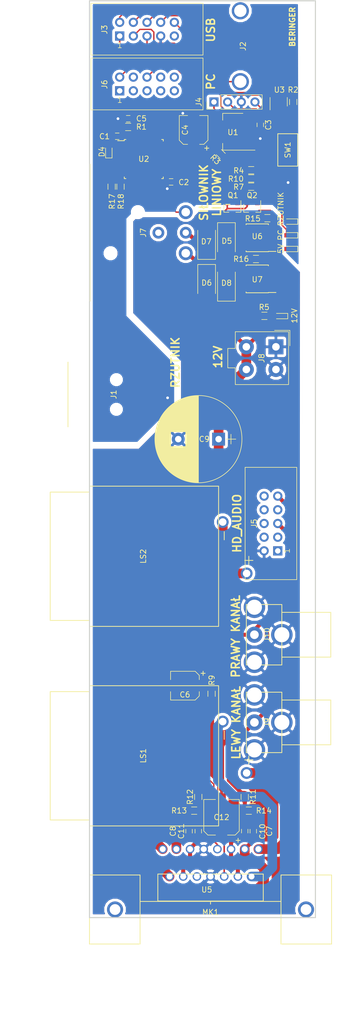
<source format=kicad_pcb>
(kicad_pcb (version 20171130) (host pcbnew "(5.0.0-rc2-dev-311-g1dd4af297)")
  (title_block (title resetUSB) (date 2018-02-14) (rev 1.0) (comment 1 "Projektant: Marek Piotrowski"))
  (layers (0 F.Cu signal) (31 B.Cu signal) (34 B.Paste user) (35 F.Paste user) (36 B.SilkS user) (37 F.SilkS user) (38 B.Mask user) (39 F.Mask user) (44 Edge.Cuts user))
  (net 0 "")
  (net 1 GND)
  (net 2 +5V)
  (net 3 +3V3)
  (net 4 +12V)
  (net 5 "Net-(D1-Pad2)")
  (net 6 "Net-(D2-Pad2)")
  (net 7 "Net-(D6-Pad2)")
  (net 8 /SWDIO)
  (net 9 /USB_P)
  (net 10 /USB_M)
  (net 11 "Net-(Q1-Pad1)")
  (net 12 "Net-(Q1-Pad3)")
  (net 13 "Net-(Q2-Pad3)")
  (net 14 "Net-(Q2-Pad1)")
  (net 15 /USB_PWR)
  (net 16 /SWCLK)
  (net 17 /M_IMP)
  (net 18 /RZUTNIK_VBUS)
  (net 19 /RZUTNIK_DP)
  (net 20 /RZUTNIK_DM)
  (net 21 /PC_PWR)
  (net 22 /PC_LED)
  (net 23 /M_IN1)
  (net 24 /M_IN2)
  (net 25 /LED_RED)
  (net 26 /LED_GREEN)
  (net 27 /LED_BLUE)
  (net 28 /PRZYCISK)
  (net 29 GNDA)
  (net 30 "Net-(C10-Pad2)")
  (net 31 "Net-(C10-Pad1)")
  (net 32 "Net-(LS1-Pad2)")
  (net 33 "Net-(LS1-Pad1)")
  (net 34 "Net-(LS2-Pad1)")
  (net 35 "Net-(LS2-Pad2)")
  (net 36 "Net-(C12-Pad1)")
  (net 37 "Net-(C5-Pad1)")
  (net 38 "Net-(C6-Pad1)")
  (net 39 "Net-(C11-Pad2)")
  (net 40 "Net-(C11-Pad1)")
  (net 41 "Net-(D3-Pad2)")
  (net 42 "Net-(D4-Pad1)")
  (net 43 "Net-(D5-Pad2)")
  (net 44 "Net-(J2-Pad5)")
  (net 45 "Net-(J2-Pad3)")
  (net 46 "Net-(J2-Pad4)")
  (net 47 "Net-(J2-Pad2)")
  (net 48 "Net-(J2-Pad1)")
  (net 49 "Net-(J3-Pad2)")
  (net 50 /OUT2_R)
  (net 51 /OUT2_L)
  (net 52 "Net-(D9-Pad2)")
  (module mpio:SK409_50,8_STS001 (layer F.Cu) (at 134.5375 214.4325)
    (fp_text reference MK1 (at 0 0.5) (layer F.SilkS))
    (fp_text value SK409/50,8/STS)
    (pad 0 thru_hole circle (at -17.75 0) (size 3 3) (drill 2) (layers *.Cu *.Mask))
    (pad 0 thru_hole circle (at 17.75 0) (size 3 3) (drill 2) (layers *.Cu *.Mask))
  )
  (module Resistors_SMD:R_0603 (layer F.Cu) (at 141.6565 196.0985)
    (fp_text reference R14 (at 2.794 0) (layer F.SilkS))
    (fp_text value 10K)
    (pad 2 smd rect (at 0.75 0) (size 0.5 0.9) (layers F.Cu F.Paste F.Mask) (net 29 GNDA))
    (pad 1 smd rect (at -0.75 0) (size 0.5 0.9) (layers F.Cu F.Paste F.Mask) (net 31 "Net-(C10-Pad1)"))
  )
  (module Capacitors_SMD:CP_Elec_6.3x5.3 (layer F.Cu) (at 136.58 197.3285 90)
    (fp_text reference C12 (at 0 0 180) (layer F.SilkS))
    (fp_text value 47u)
    (fp_text user + (at -4.28 3.01 90) (layer F.SilkS))
    (pad 2 smd rect (at 2.7 0 270) (size 3.5 1.6) (layers F.Cu F.Paste F.Mask) (net 29 GNDA))
    (pad 1 smd rect (at -2.7 0 270) (size 3.5 1.6) (layers F.Cu F.Paste F.Mask) (net 36 "Net-(C12-Pad1)"))
  )
  (module Resistors_SMD:R_0603 (layer F.Cu) (at 140.8945 193.5585 270)
    (fp_text reference R11 (at -0.006 -1.5275 270) (layer F.SilkS))
    (fp_text value 4K7)
    (pad 2 smd rect (at 0.75 0 270) (size 0.5 0.9) (layers F.Cu F.Paste F.Mask) (net 31 "Net-(C10-Pad1)"))
    (pad 1 smd rect (at -0.75 0 270) (size 0.5 0.9) (layers F.Cu F.Paste F.Mask) (net 51 /OUT2_L))
  )
  (module Capacitors_SMD:C_0603 (layer F.Cu) (at 132.262 199.9085 270)
    (fp_text reference C11 (at 0 3.1715 270) (layer F.SilkS))
    (fp_text value 0.47u)
    (pad 1 smd rect (at -0.75 0 270) (size 0.8 0.75) (layers F.Cu F.Paste F.Mask) (net 40 "Net-(C11-Pad1)"))
    (pad 2 smd rect (at 0.75 0 270) (size 0.8 0.75) (layers F.Cu F.Paste F.Mask) (net 39 "Net-(C11-Pad2)"))
  )
  (module Capacitors_SMD:C_0603 (layer F.Cu) (at 130.5465 199.9085 90)
    (fp_text reference C8 (at 0 -2.9835 90) (layer F.SilkS))
    (fp_text value 100n)
    (pad 1 smd rect (at -0.75 0 90) (size 0.8 0.75) (layers F.Cu F.Paste F.Mask) (net 4 +12V))
    (pad 2 smd rect (at 0.75 0 90) (size 0.8 0.75) (layers F.Cu F.Paste F.Mask) (net 29 GNDA))
  )
  (module Capacitors_SMD:C_0603 (layer F.Cu) (at 140.8945 199.8965 270)
    (fp_text reference C10 (at 0.0695 -3.3055 270) (layer F.SilkS))
    (fp_text value 0.47u)
    (pad 1 smd rect (at -0.75 0 270) (size 0.8 0.75) (layers F.Cu F.Paste F.Mask) (net 31 "Net-(C10-Pad1)"))
    (pad 2 smd rect (at 0.75 0 270) (size 0.8 0.75) (layers F.Cu F.Paste F.Mask) (net 30 "Net-(C10-Pad2)"))
  )
  (module Resistors_SMD:R_0603 (layer F.Cu) (at 132.2585 193.5585 270)
    (fp_text reference R12 (at 0 1.524 270) (layer F.SilkS))
    (fp_text value 4K7)
    (pad 2 smd rect (at 0.75 0 270) (size 0.5 0.9) (layers F.Cu F.Paste F.Mask) (net 40 "Net-(C11-Pad1)"))
    (pad 1 smd rect (at -0.75 0 270) (size 0.5 0.9) (layers F.Cu F.Paste F.Mask) (net 50 /OUT2_R))
  )
  (module mpio:MULTIWATT15 (layer F.Cu) (at 134.5425 212.8625 180)
    (fp_text reference U5 (at 0.7 2.1 180) (layer F.SilkS))
    (fp_text value TDA7375)
    (pad 15 thru_hole circle (at 8.89 9.63 180) (size 1.6 1.6) (drill 1.1) (layers *.Cu *.Mask) (net 34 "Net-(LS2-Pad1)"))
    (pad 13 thru_hole circle (at 6.35 9.63 180) (size 1.6 1.6) (drill 1.1) (layers *.Cu *.Mask) (net 4 +12V))
    (pad 11 thru_hole circle (at 3.81 9.63 180) (size 1.6 1.6) (drill 1.1) (layers *.Cu *.Mask) (net 39 "Net-(C11-Pad2)"))
    (pad 9 thru_hole circle (at 1.27 9.63 180) (size 1.6 1.6) (drill 1.1) (layers *.Cu *.Mask) (net 29 GNDA))
    (pad 7 thru_hole circle (at -1.27 9.63 180) (size 1.6 1.6) (drill 1.1) (layers *.Cu *.Mask) (net 38 "Net-(C6-Pad1)"))
    (pad 5 thru_hole circle (at -3.81 9.63 180) (size 1.6 1.6) (drill 1.1) (layers *.Cu *.Mask) (net 30 "Net-(C10-Pad2)"))
    (pad 3 thru_hole circle (at -6.35 9.63 180) (size 1.6 1.6) (drill 1.1) (layers *.Cu *.Mask) (net 4 +12V))
    (pad 1 thru_hole circle (at -8.89 9.63 180) (size 1.6 1.6) (drill 1.1) (layers *.Cu *.Mask) (net 33 "Net-(LS1-Pad1)"))
    (pad 14 thru_hole circle (at 7.62 4.55 180) (size 1.6 1.6) (drill 1.1) (layers *.Cu *.Mask) (net 35 "Net-(LS2-Pad2)"))
    (pad 12 thru_hole circle (at 5.08 4.55 180) (size 1.6 1.6) (drill 1.1) (layers *.Cu *.Mask) (net 39 "Net-(C11-Pad2)"))
    (pad 10 thru_hole circle (at 2.54 4.55 180) (size 1.6 1.6) (drill 1.1) (layers *.Cu *.Mask))
    (pad 2 thru_hole circle (at -7.62 4.55 180) (size 1.6 1.6) (drill 1.1) (layers *.Cu *.Mask) (net 32 "Net-(LS1-Pad2)"))
    (pad 4 thru_hole circle (at -5.08 4.55 180) (size 1.6 1.6) (drill 1.1) (layers *.Cu *.Mask) (net 30 "Net-(C10-Pad2)"))
    (pad 6 thru_hole circle (at -2.54 4.55 180) (size 1.6 1.6) (drill 1.1) (layers *.Cu *.Mask) (net 36 "Net-(C12-Pad1)"))
    (pad 8 thru_hole circle (at 0 4.55 180) (size 1.6 1.6) (drill 1.1) (layers *.Cu *.Mask) (net 29 GNDA))
  )
  (module Capacitors_SMD:C_0603 (layer F.Cu) (at 142.4845 199.9085 90)
    (fp_text reference C7 (at 0 2.9855 90) (layer F.SilkS))
    (fp_text value 100n)
    (pad 1 smd rect (at -0.75 0 90) (size 0.8 0.75) (layers F.Cu F.Paste F.Mask) (net 4 +12V))
    (pad 2 smd rect (at 0.75 0 90) (size 0.8 0.75) (layers F.Cu F.Paste F.Mask) (net 29 GNDA))
  )
  (module Resistors_SMD:R_0603 (layer F.Cu) (at 131.4965 196.0985 180)
    (fp_text reference R13 (at 2.794 0 180) (layer F.SilkS))
    (fp_text value 10K)
    (pad 2 smd rect (at 0.75 0 180) (size 0.5 0.9) (layers F.Cu F.Paste F.Mask) (net 29 GNDA))
    (pad 1 smd rect (at -0.75 0 180) (size 0.5 0.9) (layers F.Cu F.Paste F.Mask) (net 40 "Net-(C11-Pad1)"))
  )
  (module Resistors_SMD:R_0603 (layer F.Cu) (at 134.731 174.423 90)
    (fp_text reference R9 (at 2.5065 0.0395 90) (layer F.SilkS))
    (fp_text value 47K)
    (pad 2 smd rect (at 0.75 0 90) (size 0.5 0.9) (layers F.Cu F.Paste F.Mask) (net 38 "Net-(C6-Pad1)"))
    (pad 1 smd rect (at -0.75 0 90) (size 0.5 0.9) (layers F.Cu F.Paste F.Mask) (net 4 +12V))
  )
  (module Capacitors_SMD:CP_Elec_5x5.3 (layer F.Cu) (at 129.778 172.899 180)
    (fp_text reference C6 (at 0 -1.702 180) (layer F.SilkS))
    (fp_text value 10u)
    (fp_text user + (at -3.38 2.34 180) (layer F.SilkS))
    (pad 2 smd rect (at 2.2 0) (size 3 1.6) (layers F.Cu F.Paste F.Mask) (net 29 GNDA))
    (pad 1 smd rect (at -2.2 0) (size 3 1.6) (layers F.Cu F.Paste F.Mask) (net 38 "Net-(C6-Pad1)"))
  )
  (module mpio:USB-B_SMD (layer F.Cu) (at 117.0375 118.9325 270)
    (fp_text reference J1 (at 0 0.5 270) (layer F.SilkS))
    (fp_text value USBB-G-SMD)
    (pad 1 smd rect (at 1.875 -7 270) (size 0.7 3) (layers F.Cu F.Paste F.Mask) (net 18 /RZUTNIK_VBUS))
    (pad 3 smd rect (at -1.875 -7 270) (size 0.7 3) (layers F.Cu F.Paste F.Mask) (net 19 /RZUTNIK_DP))
    (pad 4 smd rect (at 0.625 -7 270) (size 0.7 3) (layers F.Cu F.Paste F.Mask) (net 1 GND))
    (pad 2 smd rect (at -0.625 -7 270) (size 0.7 3) (layers F.Cu F.Paste F.Mask) (net 20 /RZUTNIK_DM))
    (pad 5 smd rect (at 6.8 0 270) (size 3.4 6.04) (drill (offset 0 -0.58)) (layers F.Cu F.Paste F.Mask) (net 1 GND))
    (pad 5 smd rect (at -6.8 0 270) (size 3.4 6.04) (drill (offset 0 -0.58)) (layers F.Cu F.Paste F.Mask) (net 1 GND))
    (pad "" np_thru_hole circle (at 2.75 0 270) (size 1.4 1.4) (drill 1.4) (layers *.Cu *.Mask))
    (pad "" np_thru_hole circle (at -2.75 0 270) (size 1.4 1.4) (drill 1.4) (layers *.Cu *.Mask))
  )
  (module mpio:NLJ2MD-H (layer F.Cu) (at 112.0375 148.9325 270)
    (fp_text reference LS2 (at 0 -10 270) (layer F.SilkS))
    (fp_text value NLJ2MD-H)
    (fp_text user + (at 0.762 -29.464 270) (layer F.SilkS) (effects (font (size 2 2))))
    (fp_text user - (at -3.81 -24.892 270) (layer F.SilkS) (effects (font (size 2 2))))
    (pad 2 thru_hole circle (at -6.35 -24.77 270) (size 2.2 2.2) (drill 1.4) (layers *.Cu *.Mask) (net 35 "Net-(LS2-Pad2)"))
    (pad 1 thru_hole circle (at 3.18 -29.21 270) (size 2.2 2.2) (drill 1.4) (layers *.Cu *.Mask) (net 34 "Net-(LS2-Pad1)"))
  )
  (module Diodes_SMD:D_SMA (layer F.Cu) (at 133.813 90.4782 90)
    (fp_text reference D7 (at -0.0948 -0.0585 180) (layer F.SilkS))
    (fp_text value US1D)
    (pad 2 smd rect (at 2 0 90) (size 2.5 1.8) (layers F.Cu F.Paste F.Mask) (net 29 GNDA))
    (pad 1 smd rect (at -2 0 90) (size 2.5 1.8) (layers F.Cu F.Paste F.Mask) (net 43 "Net-(D5-Pad2)"))
  )
  (module Diodes_SMD:D_SMA (layer F.Cu) (at 137.496 90.4782 270)
    (fp_text reference D5 (at 0 -0.0685) (layer F.SilkS))
    (fp_text value US1D)
    (pad 2 smd rect (at 2 0 270) (size 2.5 1.8) (layers F.Cu F.Paste F.Mask) (net 43 "Net-(D5-Pad2)"))
    (pad 1 smd rect (at -2 0 270) (size 2.5 1.8) (layers F.Cu F.Paste F.Mask) (net 4 +12V))
  )
  (module Diodes_SMD:D_SMA (layer F.Cu) (at 133.813 98.2252 270)
    (fp_text reference D8 (at 0.0313 -3.688) (layer F.SilkS))
    (fp_text value US1D)
    (pad 2 smd rect (at 2 0 270) (size 2.5 1.8) (layers F.Cu F.Paste F.Mask) (net 29 GNDA))
    (pad 1 smd rect (at -2 0 270) (size 2.5 1.8) (layers F.Cu F.Paste F.Mask) (net 7 "Net-(D6-Pad2)"))
  )
  (module TO_SOT_Packages_SMD:SOT-23 (layer F.Cu) (at 138.6035 84.384 270)
    (fp_text reference Q1 (at -2.3835 -0.104) (layer F.SilkS))
    (fp_text value BC817)
    (pad 3 smd rect (at 1 0 270) (size 0.9 0.8) (layers F.Cu F.Paste F.Mask) (net 12 "Net-(Q1-Pad3)"))
    (pad 2 smd rect (at -1 0.95 270) (size 0.9 0.8) (layers F.Cu F.Paste F.Mask) (net 29 GNDA))
    (pad 1 smd rect (at -1 -0.95 270) (size 0.9 0.8) (layers F.Cu F.Paste F.Mask) (net 11 "Net-(Q1-Pad1)"))
  )
  (module TO_SOT_Packages_SMD:SOT-23 (layer F.Cu) (at 142.2865 84.384 270)
    (fp_text reference Q2 (at -2.3835 0.023) (layer F.SilkS))
    (fp_text value BC817)
    (pad 3 smd rect (at 1 0 270) (size 0.9 0.8) (layers F.Cu F.Paste F.Mask) (net 13 "Net-(Q2-Pad3)"))
    (pad 2 smd rect (at -1 0.95 270) (size 0.9 0.8) (layers F.Cu F.Paste F.Mask) (net 29 GNDA))
    (pad 1 smd rect (at -1 -0.95 270) (size 0.9 0.8) (layers F.Cu F.Paste F.Mask) (net 14 "Net-(Q2-Pad1)"))
  )
  (module Diodes_SMD:D_SMA (layer F.Cu) (at 137.496 98.2252 90)
    (fp_text reference D6 (at 0 -3.678 180) (layer F.SilkS))
    (fp_text value US1D)
    (pad 2 smd rect (at 2 0 90) (size 2.5 1.8) (layers F.Cu F.Paste F.Mask) (net 7 "Net-(D6-Pad2)"))
    (pad 1 smd rect (at -2 0 90) (size 2.5 1.8) (layers F.Cu F.Paste F.Mask) (net 4 +12V))
  )
  (module mpio:SOIC-8_3.9x4.9mm_Pitch1.27mm (layer F.Cu) (at 143.2237 89.8766 180)
    (fp_text reference U6 (at 0 0.2621 180) (layer F.SilkS))
    (fp_text value AO4616)
    (pad 8 smd rect (at 2.7 -1.905 180) (size 1.55 0.6) (layers F.Cu F.Paste F.Mask) (net 43 "Net-(D5-Pad2)"))
    (pad 7 smd rect (at 2.7 -0.635 180) (size 1.55 0.6) (layers F.Cu F.Paste F.Mask) (net 43 "Net-(D5-Pad2)"))
    (pad 6 smd rect (at 2.7 0.635 180) (size 1.55 0.6) (layers F.Cu F.Paste F.Mask) (net 43 "Net-(D5-Pad2)"))
    (pad 5 smd rect (at 2.7 1.905 180) (size 1.55 0.6) (layers F.Cu F.Paste F.Mask) (net 43 "Net-(D5-Pad2)"))
    (pad 4 smd rect (at -2.7 1.905 180) (size 1.55 0.6) (layers F.Cu F.Paste F.Mask) (net 12 "Net-(Q1-Pad3)"))
    (pad 3 smd rect (at -2.7 0.635 180) (size 1.55 0.6) (layers F.Cu F.Paste F.Mask) (net 4 +12V))
    (pad 2 smd rect (at -2.7 -0.635 180) (size 1.55 0.6) (layers F.Cu F.Paste F.Mask) (net 12 "Net-(Q1-Pad3)"))
    (pad 1 smd rect (at -2.7 -1.905 180) (size 1.55 0.6) (layers F.Cu F.Paste F.Mask) (net 29 GNDA))
  )
  (module mpio:SOIC-8_3.9x4.9mm_Pitch1.27mm (layer F.Cu) (at 143.2237 97.4966 180)
    (fp_text reference U7 (at 0 -0.1179 180) (layer F.SilkS))
    (fp_text value AO4616)
    (pad 8 smd rect (at 2.7 -1.905 180) (size 1.55 0.6) (layers F.Cu F.Paste F.Mask) (net 7 "Net-(D6-Pad2)"))
    (pad 7 smd rect (at 2.7 -0.635 180) (size 1.55 0.6) (layers F.Cu F.Paste F.Mask) (net 7 "Net-(D6-Pad2)"))
    (pad 6 smd rect (at 2.7 0.635 180) (size 1.55 0.6) (layers F.Cu F.Paste F.Mask) (net 7 "Net-(D6-Pad2)"))
    (pad 5 smd rect (at 2.7 1.905 180) (size 1.55 0.6) (layers F.Cu F.Paste F.Mask) (net 7 "Net-(D6-Pad2)"))
    (pad 4 smd rect (at -2.7 1.905 180) (size 1.55 0.6) (layers F.Cu F.Paste F.Mask) (net 13 "Net-(Q2-Pad3)"))
    (pad 3 smd rect (at -2.7 0.635 180) (size 1.55 0.6) (layers F.Cu F.Paste F.Mask) (net 4 +12V))
    (pad 2 smd rect (at -2.7 -0.635 180) (size 1.55 0.6) (layers F.Cu F.Paste F.Mask) (net 13 "Net-(Q2-Pad3)"))
    (pad 1 smd rect (at -2.7 -1.905 180) (size 1.55 0.6) (layers F.Cu F.Paste F.Mask) (net 29 GNDA))
  )
  (module Resistors_SMD:R_0603 (layer F.Cu) (at 142.986 93.8115 180)
    (fp_text reference R16 (at 2.7545 0 180) (layer F.SilkS))
    (fp_text value 10K)
    (pad 2 smd rect (at 0.75 0 180) (size 0.5 0.9) (layers F.Cu F.Paste F.Mask) (net 4 +12V))
    (pad 1 smd rect (at -0.75 0 180) (size 0.5 0.9) (layers F.Cu F.Paste F.Mask) (net 13 "Net-(Q2-Pad3)"))
  )
  (module Resistors_SMD:R_0603 (layer F.Cu) (at 145.1083 86.2423 180)
    (fp_text reference R15 (at 2.7178 -0.0762 180) (layer F.SilkS))
    (fp_text value 10K)
    (pad 2 smd rect (at 0.75 0 180) (size 0.5 0.9) (layers F.Cu F.Paste F.Mask) (net 4 +12V))
    (pad 1 smd rect (at -0.75 0 180) (size 0.5 0.9) (layers F.Cu F.Paste F.Mask) (net 12 "Net-(Q1-Pad3)"))
  )
  (module mpio:IDC10 (layer F.Cu) (at 147.0375 147.9325 90)
    (fp_text reference J5 (at 5.08 -4.393 90) (layer F.SilkS))
    (fp_text value Conn_02x05)
    (fp_text user 1 (at 0.02 1.72 90) (layer F.SilkS) (effects (font (thickness 0.12))))
    (pad 10 thru_hole oval (at 10.16 -2.54 90) (size 1.7272 1.7272) (drill 1.016) (layers *.Cu *.Mask))
    (pad 9 thru_hole oval (at 10.16 0 90) (size 1.7272 1.7272) (drill 1.016) (layers *.Cu *.Mask) (net 51 /OUT2_L))
    (pad 8 thru_hole oval (at 7.62 -2.54 90) (size 1.7272 1.7272) (drill 1.016) (layers *.Cu *.Mask))
    (pad 7 thru_hole oval (at 7.62 0 90) (size 1.7272 1.7272) (drill 1.016) (layers *.Cu *.Mask))
    (pad 6 thru_hole oval (at 5.08 -2.54 90) (size 1.7272 1.7272) (drill 1.016) (layers *.Cu *.Mask))
    (pad 5 thru_hole oval (at 5.08 0 90) (size 1.7272 1.7272) (drill 1.016) (layers *.Cu *.Mask) (net 50 /OUT2_R))
    (pad 4 thru_hole oval (at 2.54 -2.54 90) (size 1.7272 1.7272) (drill 1.016) (layers *.Cu *.Mask))
    (pad 3 thru_hole oval (at 2.54 0 90) (size 1.7272 1.7272) (drill 1.016) (layers *.Cu *.Mask))
    (pad 2 thru_hole oval (at 0 -2.54 90) (size 1.7272 1.7272) (drill 1.016) (layers *.Cu *.Mask) (net 29 GNDA))
    (pad 1 thru_hole rect (at 0 0 90) (size 1.7272 1.7272) (drill 1.016) (layers *.Cu *.Mask))
  )
  (module mpio:FC68391 (layer F.Cu) (at 147.796 179.738 90)
    (fp_text reference J9 (at 0 -2.7385 90) (layer F.SilkS))
    (fp_text value FC68391)
    (pad 2 thru_hole circle (at 5.1 -5.1 90) (size 4 4) (drill 2.8) (layers *.Cu *.Mask) (net 29 GNDA))
    (pad 2 thru_hole circle (at -5.1 -5.1 90) (size 4 4) (drill 2.8) (layers *.Cu *.Mask) (net 29 GNDA))
    (pad 1 thru_hole circle (at 0 -5.1 90) (size 3 3) (drill 1.6) (layers *.Cu *.Mask) (net 51 /OUT2_L))
    (pad 2 thru_hole circle (at 0 0 90) (size 4 4) (drill 2.8) (layers *.Cu *.Mask) (net 29 GNDA))
  )
  (module LEDs:LED_0603 (layer F.Cu) (at 147.5975 104.394 180)
    (fp_text reference D9 hide)
    (fp_text value RED)
    (pad 1 smd rect (at -0.8 0) (size 0.8 0.8) (layers F.Cu F.Paste F.Mask) (net 29 GNDA))
    (pad 2 smd rect (at 0.8 0) (size 0.8 0.8) (layers F.Cu F.Paste F.Mask) (net 52 "Net-(D9-Pad2)"))
  )
  (module Resistors_SMD:R_0603 (layer F.Cu) (at 144.5495 104.3525)
    (fp_text reference R5 (at -0.0395 -1.6045) (layer F.SilkS))
    (fp_text value 100K)
    (pad 2 smd rect (at 0.75 0) (size 0.5 0.9) (layers F.Cu F.Paste F.Mask) (net 52 "Net-(D9-Pad2)"))
    (pad 1 smd rect (at -0.75 0) (size 0.5 0.9) (layers F.Cu F.Paste F.Mask) (net 4 +12V))
  )
  (module mpio:Molex_MiniFit-JR-5556-04A_2x02x4.20mm_Straight (layer F.Cu) (at 146.6955 110.0935 270)
    (fp_text reference J8 (at 2.1 2.654 270) (layer F.SilkS))
    (fp_text value "Mini-Fit Jr; 4,2mm")
    (pad 4 thru_hole circle (at 4.2 5.5 270) (size 2.8 2.8) (drill 1.4) (layers *.Cu *.Mask) (net 4 +12V))
    (pad 3 thru_hole circle (at 0 5.5 270) (size 2.8 2.8) (drill 1.4) (layers *.Cu *.Mask) (net 4 +12V))
    (pad 2 thru_hole circle (at 4.2 0 270) (size 2.8 2.8) (drill 1.4) (layers *.Cu *.Mask) (net 29 GNDA))
    (pad 1 thru_hole rect (at 0 0 270) (size 2.8 2.8) (drill 1.4) (layers *.Cu *.Mask) (net 29 GNDA))
  )
  (module mpio:FC68391 (layer F.Cu) (at 147.796 163.482 90)
    (fp_text reference J10 (at 0 -2.7385 90) (layer F.SilkS))
    (fp_text value FC68391)
    (pad 2 thru_hole circle (at 5.1 -5.1 90) (size 4 4) (drill 2.8) (layers *.Cu *.Mask) (net 29 GNDA))
    (pad 2 thru_hole circle (at -5.1 -5.1 90) (size 4 4) (drill 2.8) (layers *.Cu *.Mask) (net 29 GNDA))
    (pad 1 thru_hole circle (at 0 -5.1 90) (size 3 3) (drill 1.6) (layers *.Cu *.Mask) (net 50 /OUT2_R))
    (pad 2 thru_hole circle (at 0 0 90) (size 4 4) (drill 2.8) (layers *.Cu *.Mask) (net 29 GNDA))
  )
  (module Resistors_SMD:R_0603 (layer F.Cu) (at 142.097 78.872 180)
    (fp_text reference R10 (at 2.8448 -0.0762 180) (layer F.SilkS))
    (fp_text value 33K)
    (pad 2 smd rect (at 0.75 0 180) (size 0.5 0.9) (layers F.Cu F.Paste F.Mask) (net 27 /LED_BLUE))
    (pad 1 smd rect (at -0.75 0 180) (size 0.5 0.9) (layers F.Cu F.Paste F.Mask) (net 41 "Net-(D3-Pad2)"))
  )
  (module mpio:AC3MAH-AU-PRE (layer F.Cu) (at 121.0375 88.9325 90)
    (fp_text reference J7 (at 0 1 90) (layer F.SilkS))
    (fp_text value AC3MAH-AU-PRE)
    (pad "" np_thru_hole circle (at -3.81 -5.08 90) (size 1.6 1.6) (drill 1.6) (layers *.Cu *.Mask))
    (pad "" np_thru_hole circle (at 3.81 0 90) (size 1.6 1.6) (drill 1.6) (layers *.Cu *.Mask))
    (pad 4 thru_hole circle (at 0 3.81 90) (size 2.2 2.2) (drill 1.2) (layers *.Cu *.Mask))
    (pad 3 thru_hole circle (at 0 8.89 90) (size 2.2 2.2) (drill 1.2) (layers *.Cu *.Mask) (net 43 "Net-(D5-Pad2)"))
    (pad 2 thru_hole circle (at -3.81 8.89 90) (size 2.6 2.6) (drill 1.6) (layers *.Cu *.Mask) (net 7 "Net-(D6-Pad2)"))
    (pad 1 thru_hole circle (at 3.81 8.89 90) (size 2.6 2.6) (drill 1.6) (layers *.Cu *.Mask) (net 42 "Net-(D4-Pad1)"))
  )
  (module Housings_QFP:LQFP-32_7x7mm_Pitch0.8mm (layer F.Cu) (at 122.130272 75.273643)
    (fp_text reference U2 (at 0 -0.004143) (layer F.SilkS))
    (fp_text value STM32F042K6Tx)
    (pad 32 smd rect (at -2.8 -4.25 90) (size 1.2 0.6) (layers F.Cu F.Paste F.Mask) (net 1 GND))
    (pad 31 smd rect (at -2 -4.25 90) (size 1.2 0.6) (layers F.Cu F.Paste F.Mask) (net 37 "Net-(C5-Pad1)"))
    (pad 30 smd rect (at -1.2 -4.25 90) (size 1.2 0.6) (layers F.Cu F.Paste F.Mask) (net 18 /RZUTNIK_VBUS))
    (pad 29 smd rect (at -0.4 -4.25 90) (size 1.2 0.6) (layers F.Cu F.Paste F.Mask) (net 20 /RZUTNIK_DM))
    (pad 28 smd rect (at 0.4 -4.25 90) (size 1.2 0.6) (layers F.Cu F.Paste F.Mask) (net 19 /RZUTNIK_DP))
    (pad 27 smd rect (at 1.2 -4.25 90) (size 1.2 0.6) (layers F.Cu F.Paste F.Mask))
    (pad 26 smd rect (at 2 -4.25 90) (size 1.2 0.6) (layers F.Cu F.Paste F.Mask) (net 21 /PC_PWR))
    (pad 25 smd rect (at 2.8 -4.25 90) (size 1.2 0.6) (layers F.Cu F.Paste F.Mask) (net 22 /PC_LED))
    (pad 24 smd rect (at 4.25 -2.8) (size 1.2 0.6) (layers F.Cu F.Paste F.Mask) (net 16 /SWCLK))
    (pad 23 smd rect (at 4.25 -2) (size 1.2 0.6) (layers F.Cu F.Paste F.Mask) (net 8 /SWDIO))
    (pad 22 smd rect (at 4.25 -1.2) (size 1.2 0.6) (layers F.Cu F.Paste F.Mask) (net 9 /USB_P))
    (pad 21 smd rect (at 4.25 -0.4) (size 1.2 0.6) (layers F.Cu F.Paste F.Mask) (net 10 /USB_M))
    (pad 20 smd rect (at 4.25 0.4) (size 1.2 0.6) (layers F.Cu F.Paste F.Mask) (net 15 /USB_PWR))
    (pad 19 smd rect (at 4.25 1.2) (size 1.2 0.6) (layers F.Cu F.Paste F.Mask) (net 28 /PRZYCISK))
    (pad 18 smd rect (at 4.25 2) (size 1.2 0.6) (layers F.Cu F.Paste F.Mask))
    (pad 17 smd rect (at 4.25 2.8) (size 1.2 0.6) (layers F.Cu F.Paste F.Mask) (net 3 +3V3))
    (pad 16 smd rect (at 2.8 4.25 90) (size 1.2 0.6) (layers F.Cu F.Paste F.Mask) (net 1 GND))
    (pad 15 smd rect (at 2 4.25 90) (size 1.2 0.6) (layers F.Cu F.Paste F.Mask))
    (pad 14 smd rect (at 1.2 4.25 90) (size 1.2 0.6) (layers F.Cu F.Paste F.Mask))
    (pad 13 smd rect (at 0.4 4.25 90) (size 1.2 0.6) (layers F.Cu F.Paste F.Mask))
    (pad 12 smd rect (at -0.4 4.25 90) (size 1.2 0.6) (layers F.Cu F.Paste F.Mask))
    (pad 11 smd rect (at -1.2 4.25 90) (size 1.2 0.6) (layers F.Cu F.Paste F.Mask) (net 25 /LED_RED))
    (pad 10 smd rect (at -2 4.25 90) (size 1.2 0.6) (layers F.Cu F.Paste F.Mask) (net 27 /LED_BLUE))
    (pad 9 smd rect (at -2.8 4.25 90) (size 1.2 0.6) (layers F.Cu F.Paste F.Mask) (net 26 /LED_GREEN))
    (pad 8 smd rect (at -4.25 2.8) (size 1.2 0.6) (layers F.Cu F.Paste F.Mask))
    (pad 7 smd rect (at -4.25 2) (size 1.2 0.6) (layers F.Cu F.Paste F.Mask) (net 24 /M_IN2))
    (pad 6 smd rect (at -4.25 1.2) (size 1.2 0.6) (layers F.Cu F.Paste F.Mask) (net 23 /M_IN1))
    (pad 5 smd rect (at -4.25 0.4) (size 1.2 0.6) (layers F.Cu F.Paste F.Mask) (net 3 +3V3))
    (pad 4 smd rect (at -4.25 -0.4) (size 1.2 0.6) (layers F.Cu F.Paste F.Mask))
    (pad 3 smd rect (at -4.25 -1.2) (size 1.2 0.6) (layers F.Cu F.Paste F.Mask))
    (pad 2 smd rect (at -4.25 -2) (size 1.2 0.6) (layers F.Cu F.Paste F.Mask) (net 17 /M_IMP))
    (pad 1 smd rect (at -4.25 -2.8) (size 1.2 0.6) (layers F.Cu F.Paste F.Mask) (net 3 +3V3))
  )
  (module Resistors_SMD:R_0603 (layer F.Cu) (at 119.225376 69.325202)
    (fp_text reference R1 (at 2.464124 -0.024702) (layer F.SilkS))
    (fp_text value 100K)
    (pad 2 smd rect (at 0.75 0) (size 0.5 0.9) (layers F.Cu F.Paste F.Mask) (net 37 "Net-(C5-Pad1)"))
    (pad 1 smd rect (at -0.75 0) (size 0.5 0.9) (layers F.Cu F.Paste F.Mask) (net 1 GND))
  )
  (module Capacitors_SMD:C_0603 (layer F.Cu) (at 117.191131 71.052923)
    (fp_text reference C1 (at -2.359631 0.025577) (layer F.SilkS))
    (fp_text value 100n)
    (pad 1 smd rect (at -0.75 0) (size 0.8 0.75) (layers F.Cu F.Paste F.Mask) (net 3 +3V3))
    (pad 2 smd rect (at 0.75 0) (size 0.8 0.75) (layers F.Cu F.Paste F.Mask) (net 1 GND))
  )
  (module Capacitors_SMD:C_0603 (layer F.Cu) (at 119.237376 67.801202 180)
    (fp_text reference C5 (at -2.452124 0.024702 180) (layer F.SilkS))
    (fp_text value 100n)
    (pad 1 smd rect (at -0.75 0 180) (size 0.8 0.75) (layers F.Cu F.Paste F.Mask) (net 37 "Net-(C5-Pad1)"))
    (pad 2 smd rect (at 0.75 0 180) (size 0.8 0.75) (layers F.Cu F.Paste F.Mask) (net 1 GND))
  )
  (module mpio:USB-A_SMD (layer F.Cu) (at 140.081 54.356 90)
    (fp_text reference J2 (at 0 0.5 90) (layer F.SilkS))
    (fp_text value TUEA4F2SOBHT)
    (pad 1 smd rect (at -3.5 -4.21 90) (size 1 3) (layers F.Cu F.Paste F.Mask) (net 48 "Net-(J2-Pad1)"))
    (pad 2 smd rect (at -1 -4.21 90) (size 1 3) (layers F.Cu F.Paste F.Mask) (net 47 "Net-(J2-Pad2)"))
    (pad 4 smd rect (at 3.5 -4.21 90) (size 1 3) (layers F.Cu F.Paste F.Mask) (net 46 "Net-(J2-Pad4)"))
    (pad 3 smd rect (at 1 -4.21 90) (size 1 3) (layers F.Cu F.Paste F.Mask) (net 45 "Net-(J2-Pad3)"))
    (pad 5 thru_hole circle (at 6.57 0 90) (size 3.2 3.2) (drill 2.3) (layers *.Cu *.Mask) (net 44 "Net-(J2-Pad5)"))
    (pad 5 thru_hole circle (at -6.57 0 90) (size 3.2 3.2) (drill 2.3) (layers *.Cu *.Mask) (net 44 "Net-(J2-Pad5)"))
  )
  (module Capacitors_THT:CP_Radial_D16.0mm_P7.50mm (layer F.Cu) (at 136.0375 127.2125 180)
    (fp_text reference C9 (at 2.664 0) (layer F.SilkS))
    (fp_text value 4700u)
    (pad 2 thru_hole circle (at 7.5 0 180) (size 2.4 2.4) (drill 1.2) (layers *.Cu *.Mask) (net 29 GNDA))
    (pad 1 thru_hole rect (at 0 0 180) (size 2.4 2.4) (drill 1.2) (layers *.Cu *.Mask) (net 4 +12V))
  )
  (module mpio:NLJ2MD-H (layer F.Cu) (at 112.0375 185.9325 270)
    (fp_text reference LS1 (at 0 -10 270) (layer F.SilkS))
    (fp_text value NLJ2MD-H)
    (fp_text user + (at 0.762 -29.464 270) (layer F.SilkS) (effects (font (size 2 2))))
    (fp_text user - (at -3.81 -24.892 270) (layer F.SilkS) (effects (font (size 2 2))))
    (pad 2 thru_hole circle (at -6.35 -24.77 270) (size 2.2 2.2) (drill 1.4) (layers *.Cu *.Mask) (net 32 "Net-(LS1-Pad2)"))
    (pad 1 thru_hole circle (at 3.18 -29.21 270) (size 2.2 2.2) (drill 1.4) (layers *.Cu *.Mask) (net 33 "Net-(LS1-Pad1)"))
  )
  (module Capacitors_SMD:C_0603 (layer F.Cu) (at 143.786359 68.940041 270)
    (fp_text reference C3 (at 0 -1.5 270) (layer F.SilkS))
    (fp_text value 100n)
    (pad 1 smd rect (at -0.75 0 270) (size 0.8 0.75) (layers F.Cu F.Paste F.Mask) (net 2 +5V))
    (pad 2 smd rect (at 0.75 0 270) (size 0.8 0.75) (layers F.Cu F.Paste F.Mask) (net 1 GND))
  )
  (module Capacitors_SMD:CP_Elec_5x5.3 (layer F.Cu) (at 131.4183 69.8751 90)
    (fp_text reference C4 (at 0 -1.6008 90) (layer F.SilkS))
    (fp_text value 10u)
    (fp_text user + (at -3.38 2.34 90) (layer F.SilkS))
    (pad 2 smd rect (at 2.2 0 270) (size 3 1.6) (layers F.Cu F.Paste F.Mask) (net 1 GND))
    (pad 1 smd rect (at -2.2 0 270) (size 3 1.6) (layers F.Cu F.Paste F.Mask) (net 3 +3V3))
  )
  (module TO_SOT_Packages_SMD:SOT-223-3_TabPin2 (layer F.Cu) (at 138.706359 70.210041 180)
    (fp_text reference U1 (at 0 -0.106459 180) (layer F.SilkS))
    (fp_text value LD1117S33TR)
    (pad 1 smd rect (at -3.15 -2.3 180) (size 2 1.5) (layers F.Cu F.Paste F.Mask) (net 1 GND))
    (pad 3 smd rect (at -3.15 2.3 180) (size 2 1.5) (layers F.Cu F.Paste F.Mask) (net 2 +5V))
    (pad 2 smd rect (at -3.15 0 180) (size 2 1.5) (layers F.Cu F.Paste F.Mask) (net 3 +3V3))
    (pad 2 smd rect (at 3.15 0 180) (size 2 3.8) (layers F.Cu F.Paste F.Mask) (net 3 +3V3))
  )
  (module mpio:SW_3x6_1,6x7,4 (layer F.Cu) (at 148.8935 73.5835 90)
    (fp_text reference SW1 (at 0 0 90) (layer F.SilkS))
    (fp_text value "TACTM-34N-F " hide)
    (pad 2 smd rect (at 3.7 0 90) (size 2.18 1.6) (layers F.Cu F.Paste F.Mask) (net 28 /PRZYCISK))
    (pad 1 smd rect (at -3.7 0 90) (size 2.18 1.6) (layers F.Cu F.Paste F.Mask) (net 1 GND))
  )
  (module Capacitors_SMD:C_0603 (layer F.Cu) (at 127.210127 79.513456 180)
    (fp_text reference C2 (at -2.353373 -0.074044 180) (layer F.SilkS))
    (fp_text value 100n)
    (pad 1 smd rect (at -0.75 0 180) (size 0.8 0.75) (layers F.Cu F.Paste F.Mask) (net 3 +3V3))
    (pad 2 smd rect (at 0.75 0 180) (size 0.8 0.75) (layers F.Cu F.Paste F.Mask) (net 1 GND))
  )
  (module Resistors_SMD:R_0603 (layer F.Cu) (at 136.4475 74.3455 135)
    (fp_text reference R3 (at 0 -1.45 135) (layer F.SilkS))
    (fp_text value 100K)
    (pad 2 smd rect (at 0.75 0 135) (size 0.5 0.9) (layers F.Cu F.Paste F.Mask) (net 3 +3V3))
    (pad 1 smd rect (at -0.75 0 135) (size 0.5 0.9) (layers F.Cu F.Paste F.Mask) (net 8 /SWDIO))
  )
  (module Diodes_SMD:D_SOD-523 (layer F.Cu) (at 115.6335 73.9235 90)
    (fp_text reference D4 (at 0 -1.3 90) (layer F.SilkS))
    (fp_text value 1PS79SB70)
    (pad 1 smd rect (at -0.7 0 270) (size 0.6 0.7) (layers F.Cu F.Paste F.Mask) (net 42 "Net-(D4-Pad1)"))
    (pad 2 smd rect (at 0.7 0 270) (size 0.6 0.7) (layers F.Cu F.Paste F.Mask) (net 17 /M_IMP))
  )
  (module LEDs:LED_0603 (layer F.Cu) (at 149.463 91.953 180)
    (fp_text reference D1 hide)
    (fp_text value RED)
    (pad 1 smd rect (at -0.8 0) (size 0.8 0.8) (layers F.Cu F.Paste F.Mask) (net 1 GND))
    (pad 2 smd rect (at 0.8 0) (size 0.8 0.8) (layers F.Cu F.Paste F.Mask) (net 5 "Net-(D1-Pad2)"))
  )
  (module LEDs:LED_0603 (layer F.Cu) (at 149.463 89.413 180)
    (fp_text reference D2 hide)
    (fp_text value GREEN)
    (pad 1 smd rect (at -0.8 0) (size 0.8 0.8) (layers F.Cu F.Paste F.Mask) (net 1 GND))
    (pad 2 smd rect (at 0.8 0) (size 0.8 0.8) (layers F.Cu F.Paste F.Mask) (net 6 "Net-(D2-Pad2)"))
  )
  (module LEDs:LED_0603 (layer F.Cu) (at 149.463 86.873 180)
    (fp_text reference D3 hide)
    (fp_text value BLUE)
    (pad 1 smd rect (at -0.8 0) (size 0.8 0.8) (layers F.Cu F.Paste F.Mask) (net 1 GND))
    (pad 2 smd rect (at 0.8 0) (size 0.8 0.8) (layers F.Cu F.Paste F.Mask) (net 41 "Net-(D3-Pad2)"))
  )
  (module Resistors_SMD:R_0603 (layer F.Cu) (at 149.9095 64.6935 270)
    (fp_text reference R2 (at -2.251 0.026) (layer F.SilkS))
    (fp_text value 100K)
    (pad 2 smd rect (at 0.75 0 270) (size 0.5 0.9) (layers F.Cu F.Paste F.Mask) (net 15 /USB_PWR))
    (pad 1 smd rect (at -0.75 0 270) (size 0.5 0.9) (layers F.Cu F.Paste F.Mask) (net 49 "Net-(J3-Pad2)"))
  )
  (module mpio:IDC10 (layer F.Cu) (at 117.6515 52.4615)
    (fp_text reference J3 (at -2.82 -1.195 90) (layer F.SilkS))
    (fp_text value Conn_02x05)
    (fp_text user 1 (at 0.02 1.72) (layer F.SilkS) (effects (font (thickness 0.12))))
    (pad 10 thru_hole oval (at 10.16 -2.54) (size 1.7272 1.7272) (drill 1.016) (layers *.Cu *.Mask) (net 44 "Net-(J2-Pad5)"))
    (pad 9 thru_hole oval (at 10.16 0) (size 1.7272 1.7272) (drill 1.016) (layers *.Cu *.Mask))
    (pad 8 thru_hole oval (at 7.62 -2.54) (size 1.7272 1.7272) (drill 1.016) (layers *.Cu *.Mask) (net 46 "Net-(J2-Pad4)"))
    (pad 7 thru_hole oval (at 7.62 0) (size 1.7272 1.7272) (drill 1.016) (layers *.Cu *.Mask) (net 1 GND))
    (pad 6 thru_hole oval (at 5.08 -2.54) (size 1.7272 1.7272) (drill 1.016) (layers *.Cu *.Mask) (net 45 "Net-(J2-Pad3)"))
    (pad 5 thru_hole oval (at 5.08 0) (size 1.7272 1.7272) (drill 1.016) (layers *.Cu *.Mask) (net 9 /USB_P))
    (pad 4 thru_hole oval (at 2.54 -2.54) (size 1.7272 1.7272) (drill 1.016) (layers *.Cu *.Mask) (net 47 "Net-(J2-Pad2)"))
    (pad 3 thru_hole oval (at 2.54 0) (size 1.7272 1.7272) (drill 1.016) (layers *.Cu *.Mask) (net 10 /USB_M))
    (pad 2 thru_hole oval (at 0 -2.54) (size 1.7272 1.7272) (drill 1.016) (layers *.Cu *.Mask) (net 49 "Net-(J3-Pad2)"))
    (pad 1 thru_hole rect (at 0 0) (size 1.7272 1.7272) (drill 1.016) (layers *.Cu *.Mask) (net 2 +5V))
  )
  (module mpio:IDC10 (layer F.Cu) (at 117.6515 62.6215)
    (fp_text reference J6 (at -2.82 -1.195 90) (layer F.SilkS))
    (fp_text value Conn_02x05)
    (fp_text user 1 (at 0.02 1.72) (layer F.SilkS) (effects (font (thickness 0.12))))
    (pad 10 thru_hole oval (at 10.16 -2.54) (size 1.7272 1.7272) (drill 1.016) (layers *.Cu *.Mask))
    (pad 9 thru_hole oval (at 10.16 0) (size 1.7272 1.7272) (drill 1.016) (layers *.Cu *.Mask))
    (pad 8 thru_hole oval (at 7.62 -2.54) (size 1.7272 1.7272) (drill 1.016) (layers *.Cu *.Mask))
    (pad 7 thru_hole oval (at 7.62 0) (size 1.7272 1.7272) (drill 1.016) (layers *.Cu *.Mask))
    (pad 6 thru_hole oval (at 5.08 -2.54) (size 1.7272 1.7272) (drill 1.016) (layers *.Cu *.Mask) (net 21 /PC_PWR))
    (pad 5 thru_hole oval (at 5.08 0) (size 1.7272 1.7272) (drill 1.016) (layers *.Cu *.Mask))
    (pad 4 thru_hole oval (at 2.54 -2.54) (size 1.7272 1.7272) (drill 1.016) (layers *.Cu *.Mask))
    (pad 3 thru_hole oval (at 2.54 0) (size 1.7272 1.7272) (drill 1.016) (layers *.Cu *.Mask))
    (pad 2 thru_hole oval (at 0 -2.54) (size 1.7272 1.7272) (drill 1.016) (layers *.Cu *.Mask) (net 22 /PC_LED))
    (pad 1 thru_hole rect (at 0 0) (size 1.7272 1.7272) (drill 1.016) (layers *.Cu *.Mask))
  )
  (module Pin_Headers:Pin_Header_Straight_1x04_Pitch2.54mm (layer F.Cu) (at 135.1775 64.6935 90)
    (fp_text reference J4 (at 0 -2.82 270) (layer F.SilkS))
    (fp_text value SWD_4pin)
    (pad 4 thru_hole oval (at 0 7.62 90) (size 1.7 1.7) (drill 1) (layers *.Cu *.Mask) (net 8 /SWDIO))
    (pad 3 thru_hole oval (at 0 5.08 90) (size 1.7 1.7) (drill 1) (layers *.Cu *.Mask) (net 1 GND))
    (pad 2 thru_hole oval (at 0 2.54 90) (size 1.7 1.7) (drill 1) (layers *.Cu *.Mask) (net 16 /SWCLK))
    (pad 1 thru_hole rect (at 0 0 90) (size 1.7 1.7) (drill 1) (layers *.Cu *.Mask) (net 3 +3V3))
  )
  (module mpio:TSOP-6_1.65x3.05mm_Pitch0.95mm (layer F.Cu) (at 147.2044 64.6568 90)
    (fp_text reference U3 (at 2.2143 0.1391 180) (layer F.SilkS))
    (fp_text value IRLTS2242)
    (pad 6 smd rect (at 1.16 -0.95 90) (size 0.7 0.51) (layers F.Cu F.Paste F.Mask) (net 48 "Net-(J2-Pad1)"))
    (pad 5 smd rect (at 1.16 0 90) (size 0.7 0.51) (layers F.Cu F.Paste F.Mask) (net 48 "Net-(J2-Pad1)"))
    (pad 4 smd rect (at 1.16 0.95 90) (size 0.7 0.51) (layers F.Cu F.Paste F.Mask) (net 49 "Net-(J3-Pad2)"))
    (pad 3 smd rect (at -1.16 0.95 90) (size 0.7 0.51) (layers F.Cu F.Paste F.Mask) (net 15 /USB_PWR))
    (pad 2 smd rect (at -1.16 0 90) (size 0.7 0.51) (layers F.Cu F.Paste F.Mask) (net 48 "Net-(J2-Pad1)"))
    (pad 1 smd rect (at -1.16 -0.95 90) (size 0.7 0.51) (layers F.Cu F.Paste F.Mask) (net 48 "Net-(J2-Pad1)"))
  )
  (module Resistors_SMD:R_0603 (layer F.Cu) (at 142.097 80.396 180)
    (fp_text reference R7 (at 2.3368 -0.0562 180) (layer F.SilkS))
    (fp_text value 6K8)
    (pad 2 smd rect (at 0.75 0 180) (size 0.5 0.9) (layers F.Cu F.Paste F.Mask) (net 26 /LED_GREEN))
    (pad 1 smd rect (at -0.75 0 180) (size 0.5 0.9) (layers F.Cu F.Paste F.Mask) (net 6 "Net-(D2-Pad2)"))
  )
  (module Resistors_SMD:R_0603 (layer F.Cu) (at 142.097 77.348 180)
    (fp_text reference R4 (at 2.326 -0.076 180) (layer F.SilkS))
    (fp_text value 22K)
    (pad 2 smd rect (at 0.75 0 180) (size 0.5 0.9) (layers F.Cu F.Paste F.Mask) (net 25 /LED_RED))
    (pad 1 smd rect (at -0.75 0 180) (size 0.5 0.9) (layers F.Cu F.Paste F.Mask) (net 5 "Net-(D1-Pad2)"))
  )
  (module Resistors_SMD:R_0603 (layer F.Cu) (at 116.1523 80.4003 90)
    (fp_text reference R17 (at -2.7432 0.0762 90) (layer F.SilkS))
    (fp_text value 10K)
    (pad 2 smd rect (at 0.75 0 90) (size 0.5 0.9) (layers F.Cu F.Paste F.Mask) (net 23 /M_IN1))
    (pad 1 smd rect (at -0.75 0 90) (size 0.5 0.9) (layers F.Cu F.Paste F.Mask) (net 11 "Net-(Q1-Pad1)"))
  )
  (module Resistors_SMD:R_0603 (layer F.Cu) (at 117.8033 80.4003 90)
    (fp_text reference R18 (at -2.7432 0.0762 90) (layer F.SilkS))
    (fp_text value 10K)
    (pad 2 smd rect (at 0.75 0 90) (size 0.5 0.9) (layers F.Cu F.Paste F.Mask) (net 24 /M_IN2))
    (pad 1 smd rect (at -0.75 0 90) (size 0.5 0.9) (layers F.Cu F.Paste F.Mask) (net 14 "Net-(Q2-Pad1)"))
  )
  (gr_line (start 154.0375 45.9325) (end 112.0375 45.9325) (layer Edge.Cuts) (width 0.2))
  (gr_line (start 154.0375 215.9325) (end 154.0375 45.9325) (layer Edge.Cuts) (width 0.2))
  (gr_line (start 112.0375 215.9325) (end 154.0375 215.9325) (layer Edge.Cuts) (width 0.2))
  (gr_line (start 112.0375 45.9325) (end 112.0375 215.9325) (layer Edge.Cuts) (width 0.2))
  (gr_text 12V (at 150.1375 104.3525 90) (layer F.SilkS) (effects (font (size 1 1))))
  (gr_line (start 138.1345 83.688) (end 137.3725 83.688) (layer F.SilkS) (width 0.2))
  (gr_text RZUTNIK (at 147.5975 84.5405 90) (layer F.SilkS) (effects (font (size 1 1))))
  (gr_text 12V (at 135.9135 111.9725 90) (layer F.SilkS) (effects (font (size 1.5 1.5) (thickness 0.3))))
  (gr_text USB (at 134.58 51.33 90) (layer F.SilkS) (effects (font (size 1.5 1.5) (thickness 0.3))))
  (gr_text PC (at 147.5975 89.3665 90) (layer F.SilkS) (effects (font (size 1 1))))
  (gr_text 5V (at 147.5975 91.9065 90) (layer F.SilkS) (effects (font (size 1 1))))
  (gr_text HD_AUDIO (at 139.4695 142.8335 90) (layer F.SilkS) (effects (font (size 1.5 1.5) (thickness 0.3))))
  (gr_text "PRAWY KANAŁ" (at 139.2155 163.7885 90) (layer F.SilkS) (effects (font (size 1.5 1.5) (thickness 0.3))))
  (gr_text "LEWY KANAŁ" (at 139.303 179.7905 90) (layer F.SilkS) (effects (font (size 1.5 1.5) (thickness 0.3))))
  (gr_text "Knoocker \nresetUSBv4\nmarekp18@\ngmail.com" (at 145.0375 124.6725 90) (layer F.Cu) (effects (font (size 1.5 1.5) (thickness 0.3))))
  (gr_text RZUTNIK (at 128 113 90) (layer F.SilkS) (effects (font (size 1.5 1.5) (thickness 0.3))))
  (gr_text BERINGER (at 149.7565 50.7585 90) (layer F.SilkS) (effects (font (size 1 1) (thickness 0.25))))
  (gr_text "SIŁOWNIK\nLINIOWY" (at 134.493 81.4925 90) (layer F.SilkS) (effects (font (size 1.5 1.5) (thickness 0.3))))
  (gr_text PC (at 134.58 60.9185 90) (layer F.SilkS) (effects (font (size 1.5 1.5) (thickness 0.3))))
  (segment (start 148.8935 77.2835) (end 148.8935 79.572502) (width 0.3) (layer F.Cu) (net 1))
  (segment (start 148.8935 79.572502) (end 148.954998 79.634) (width 0.3) (layer F.Cu) (net 1))
  (segment (start 149.604997 80.283999) (end 148.954998 79.634) (width 0.3) (layer F.Cu) (net 1))
  (segment (start 150.263 80.942002) (end 149.604997 80.283999) (width 0.3) (layer F.Cu) (net 1))
  (segment (start 150.263 86.873) (end 150.263 80.942002) (width 0.3) (layer F.Cu) (net 1))
  (via (at 148.954998 79.634) (size 1.3) (drill 0.5) (layers F.Cu B.Cu) (net 1))
  (segment (start 150.263 89.413) (end 150.263 91.953) (width 0.3) (layer F.Cu) (net 1))
  (segment (start 150.263 86.873) (end 150.263 89.413) (width 0.3) (layer F.Cu) (net 1))
  (via (at 126.5555 119.5505) (size 1.3) (drill 0.5) (layers F.Cu B.Cu) (net 1))
  (segment (start 124.0375 119.5575) (end 126.5485 119.5575) (width 0.3) (layer F.Cu) (net 1))
  (segment (start 117.345994 67.801202) (end 117.331302 67.78651) (width 0.3) (layer F.Cu) (net 1))
  (segment (start 118.487376 67.801202) (end 117.345994 67.801202) (width 0.3) (layer F.Cu) (net 1))
  (via (at 117.331302 67.78651) (size 1.3) (drill 0.5) (layers F.Cu B.Cu) (net 1))
  (segment (start 117.941131 70.599869) (end 118.475376 70.065624) (width 0.3) (layer F.Cu) (net 1))
  (segment (start 117.941131 71.052923) (end 117.941131 70.599869) (width 0.3) (layer F.Cu) (net 1))
  (segment (start 118.475376 70.065624) (end 118.475376 69.325202) (width 0.3) (layer F.Cu) (net 1))
  (segment (start 117.941131 71.052923) (end 117.970411 71.023643) (width 0.3) (layer F.Cu) (net 1))
  (segment (start 117.970411 71.023643) (end 119.330272 71.023643) (width 0.3) (layer F.Cu) (net 1))
  (segment (start 124.930272 79.523644) (end 124.94046 79.513456) (width 0.3) (layer F.Cu) (net 1))
  (segment (start 124.94046 79.513456) (end 126.460128 79.513456) (width 0.3) (layer F.Cu) (net 1))
  (segment (start 118.475376 67.813202) (end 118.487376 67.801202) (width 0.3) (layer F.Cu) (net 1))
  (segment (start 118.475377 69.325202) (end 118.475376 67.813202) (width 0.3) (layer F.Cu) (net 1))
  (segment (start 135.906508 62.882508) (end 136.4475 63.4235) (width 0.3) (layer F.Cu) (net 2))
  (segment (start 134.691508 62.882508) (end 135.906508 62.882508) (width 0.3) (layer F.Cu) (net 2))
  (segment (start 120.2135 57.1085) (end 128.9175 57.1085) (width 0.3) (layer F.Cu) (net 2))
  (segment (start 128.9175 57.1085) (end 134.691508 62.882508) (width 0.3) (layer F.Cu) (net 2))
  (segment (start 117.6515 52.4615) (end 117.6515 54.5465) (width 0.3) (layer F.Cu) (net 2))
  (segment (start 117.6515 54.5465) (end 120.2135 57.1085) (width 0.3) (layer F.Cu) (net 2))
  (segment (start 136.4475 63.4235) (end 136.4475 65.4555) (width 0.3) (layer F.Cu) (net 2))
  (segment (start 136.4475 65.4555) (end 137.4635 66.4715) (width 0.3) (layer F.Cu) (net 2))
  (segment (start 137.4635 66.4715) (end 141.467818 66.4715) (width 0.3) (layer F.Cu) (net 2))
  (segment (start 141.467818 66.4715) (end 141.856359 66.860041) (width 0.3) (layer F.Cu) (net 2))
  (segment (start 141.856359 66.860041) (end 141.856359 67.910041) (width 0.3) (layer F.Cu) (net 2))
  (segment (start 124.930272 78.073643) (end 126.380272 78.073643) (width 0.3) (layer F.Cu) (net 3))
  (segment (start 126.380272 78.073643) (end 127.085534 78.073643) (width 0.3) (layer F.Cu) (net 3))
  (segment (start 123.1181 76.261472) (end 124.930272 78.073643) (width 0.3) (layer F.Cu) (net 3))
  (segment (start 123.1181 74.285815) (end 123.1181 76.261472) (width 0.3) (layer F.Cu) (net 3))
  (segment (start 127.085534 78.073643) (end 127.960127 78.948237) (width 0.3) (layer F.Cu) (net 3))
  (segment (start 127.960127 78.948237) (end 127.960127 79.513456) (width 0.3) (layer F.Cu) (net 3))
  (segment (start 130.3183 72.0751) (end 129.6267 71.3835) (width 0.3) (layer F.Cu) (net 3))
  (segment (start 131.4183 72.0751) (end 130.3183 72.0751) (width 0.3) (layer F.Cu) (net 3))
  (segment (start 129.6267 71.3835) (end 126.020416 71.3835) (width 0.3) (layer F.Cu) (net 3))
  (segment (start 126.020416 71.3835) (end 124.285534 73.118382) (width 0.3) (layer F.Cu) (net 3))
  (segment (start 117.175011 72.473643) (end 116.441132 71.739764) (width 0.3) (layer F.Cu) (net 3))
  (segment (start 117.880272 72.473643) (end 117.175011 72.473643) (width 0.3) (layer F.Cu) (net 3))
  (segment (start 116.441132 71.739764) (end 116.441132 71.052923) (width 0.3) (layer F.Cu) (net 3))
  (segment (start 121.142444 74.285815) (end 119.330272 72.473643) (width 0.3) (layer F.Cu) (net 3))
  (segment (start 123.1181 74.285815) (end 121.142444 74.285815) (width 0.3) (layer F.Cu) (net 3))
  (segment (start 119.330272 72.473643) (end 117.880272 72.473643) (width 0.3) (layer F.Cu) (net 3))
  (segment (start 124.285534 73.118382) (end 123.1181 74.285815) (width 0.3) (layer F.Cu) (net 3))
  (segment (start 124.285534 73.118382) (end 121.730272 75.673644) (width 0.3) (layer F.Cu) (net 3))
  (segment (start 121.730272 75.673644) (end 117.880272 75.673644) (width 0.3) (layer F.Cu) (net 3))
  (segment (start 131.5085 72.2725) (end 131.3815 72.1455) (width 0.3) (layer F.Cu) (net 3))
  (segment (start 131.3815 72.1455) (end 131.4183 72.1087) (width 0.3) (layer F.Cu) (net 3))
  (segment (start 131.4183 72.1087) (end 131.4183 72.0751) (width 0.3) (layer F.Cu) (net 3))
  (segment (start 135.6595 197.3165) (end 135.1515 196.8085) (width 0.25) (layer F.Cu) (net 4))
  (segment (start 142.4845 200.6335) (end 141.772499 199.921499) (width 0.25) (layer F.Cu) (net 4))
  (segment (start 137.2075 197.3165) (end 135.6595 197.3165) (width 0.25) (layer F.Cu) (net 4))
  (segment (start 139.812499 199.921499) (end 137.2075 197.3165) (width 0.25) (layer F.Cu) (net 4))
  (segment (start 141.772499 199.921499) (end 139.812499 199.921499) (width 0.25) (layer F.Cu) (net 4))
  (segment (start 142.4845 200.6585) (end 142.4845 200.6335) (width 0.25) (layer F.Cu) (net 4))
  (segment (start 132.6115 188.6805) (end 132.6115 178.0125) (width 0.25) (layer F.Cu) (net 4))
  (segment (start 135.1515 196.8085) (end 135.1515 191.2205) (width 0.25) (layer F.Cu) (net 4))
  (segment (start 135.1515 191.2205) (end 132.6115 188.6805) (width 0.25) (layer F.Cu) (net 4))
  (segment (start 132.6115 178.0125) (end 134.731 175.893) (width 0.25) (layer F.Cu) (net 4))
  (segment (start 134.731 175.893) (end 134.731 175.173) (width 0.25) (layer F.Cu) (net 4))
  (segment (start 144.4935 209.4445) (end 143.2235 210.7145) (width 1.8) (layer F.Cu) (net 4))
  (segment (start 144.4935 206.8725) (end 144.4935 209.4445) (width 1.8) (layer F.Cu) (net 4))
  (segment (start 143.2235 210.7145) (end 125.4435 210.7145) (width 1.8) (layer F.Cu) (net 4))
  (segment (start 143.3195 205.6985) (end 144.4935 206.8725) (width 1.8) (layer F.Cu) (net 4))
  (segment (start 140.8925 204.36387) (end 142.22713 205.6985) (width 1.8) (layer F.Cu) (net 4))
  (segment (start 114.0695 166.0745) (end 131.8495 148.2945) (width 1.8) (layer F.Cu) (net 4))
  (segment (start 142.22713 205.6985) (end 143.3195 205.6985) (width 1.8) (layer F.Cu) (net 4))
  (segment (start 140.8925 203.2325) (end 140.8925 204.36387) (width 1.8) (layer F.Cu) (net 4))
  (segment (start 125.4435 210.7145) (end 114.8395 200.1105) (width 1.8) (layer F.Cu) (net 4))
  (segment (start 114.8395 200.1105) (end 114.8315 200.1105) (width 1.8) (layer F.Cu) (net 4))
  (segment (start 114.8315 200.1105) (end 114.0695 199.3485) (width 1.8) (layer F.Cu) (net 4))
  (segment (start 114.0695 199.3485) (end 114.0695 166.0745) (width 1.8) (layer F.Cu) (net 4))
  (segment (start 131.8495 148.2945) (end 131.8495 139.9065) (width 1.8) (layer F.Cu) (net 4))
  (segment (start 131.8495 139.9065) (end 136.0375 135.7185) (width 1.8) (layer F.Cu) (net 4))
  (segment (start 142.3255 154.6445) (end 143.7875 153.1825) (width 1.8) (layer F.Cu) (net 4))
  (segment (start 136.1675 154.6445) (end 142.3255 154.6445) (width 1.8) (layer F.Cu) (net 4))
  (segment (start 140.0375 147.3385) (end 140.0375 139.7185) (width 1.8) (layer F.Cu) (net 4))
  (segment (start 121.6895 169.1225) (end 136.1675 154.6445) (width 1.8) (layer F.Cu) (net 4))
  (segment (start 143.7875 151.0885) (end 140.0375 147.3385) (width 1.8) (layer F.Cu) (net 4))
  (segment (start 121.6895 188.4025) (end 121.6895 169.1225) (width 1.8) (layer F.Cu) (net 4))
  (segment (start 128.262 200.6585) (end 128.262 194.975) (width 1.8) (layer F.Cu) (net 4))
  (segment (start 128.262 194.975) (end 121.6895 188.4025) (width 1.8) (layer F.Cu) (net 4))
  (segment (start 143.7875 153.1825) (end 143.7875 151.0885) (width 1.8) (layer F.Cu) (net 4))
  (segment (start 140.0375 139.7185) (end 136.0375 135.7185) (width 1.8) (layer F.Cu) (net 4))
  (segment (start 136.0375 127.2125) (end 136.0375 119.4515) (width 1.8) (layer F.Cu) (net 4))
  (segment (start 136.0375 119.4515) (end 141.1955 114.2935) (width 1.8) (layer F.Cu) (net 4))
  (segment (start 136.0375 127.2125) (end 136.0375 135.7185) (width 1.8) (layer F.Cu) (net 4))
  (segment (start 130.5465 200.6585) (end 128.262 200.6585) (width 0.75) (layer F.Cu) (net 4))
  (segment (start 142.4845 201.6405) (end 142.422 201.703) (width 0.75) (layer F.Cu) (net 4))
  (segment (start 140.8925 203.2325) (end 142.422 201.703) (width 0.75) (layer F.Cu) (net 4))
  (segment (start 142.4845 200.6585) (end 142.4845 201.6405) (width 0.75) (layer F.Cu) (net 4))
  (segment (start 140.9605 203.1645) (end 140.8925 203.2325) (width 0.75) (layer F.Cu) (net 4))
  (segment (start 128.1925 200.728) (end 128.262 200.6585) (width 1.8) (layer F.Cu) (net 4))
  (segment (start 128.1925 203.2325) (end 128.1925 200.728) (width 1.8) (layer F.Cu) (net 4))
  (segment (start 142.224 95.2142) (end 143.0375 96.0277) (width 0.75) (layer F.Cu) (net 4))
  (segment (start 143.0375 96.0277) (end 143.846 96.8362) (width 0.75) (layer F.Cu) (net 4))
  (segment (start 142.986 97.747) (end 143.0375 97.6955) (width 0.75) (layer F.Cu) (net 4))
  (segment (start 143.0375 97.6955) (end 143.8714 96.8616) (width 0.75) (layer F.Cu) (net 4))
  (segment (start 143.0375 96.0277) (end 143.0375 97.6955) (width 0.75) (layer F.Cu) (net 4))
  (segment (start 142.224 94.5792) (end 142.224 95.2142) (width 0.75) (layer F.Cu) (net 4))
  (segment (start 143.604 87.797) (end 144.3583 87.0427) (width 0.25) (layer F.Cu) (net 4))
  (segment (start 144.3583 87.0427) (end 144.3583 86.2423) (width 0.25) (layer F.Cu) (net 4))
  (segment (start 142.986 104.272) (end 142.986 97.747) (width 0.75) (layer F.Cu) (net 4))
  (segment (start 142.986 108.303) (end 142.986 104.272) (width 0.75) (layer F.Cu) (net 4))
  (segment (start 143.7995 104.3525) (end 143.0665 104.3525) (width 0.25) (layer F.Cu) (net 4))
  (segment (start 143.0665 104.3525) (end 142.986 104.272) (width 0.25) (layer F.Cu) (net 4))
  (segment (start 137.496 104.5432) (end 137.496 100.2252) (width 0.75) (layer F.Cu) (net 4))
  (segment (start 141.1955 110.0935) (end 142.986 108.303) (width 0.75) (layer F.Cu) (net 4))
  (segment (start 142.236 93.8115) (end 142.236 94.5672) (width 0.75) (layer F.Cu) (net 4))
  (segment (start 142.236 94.5672) (end 142.224 94.5792) (width 0.75) (layer F.Cu) (net 4))
  (segment (start 144.1254 96.8616) (end 143.8714 96.8616) (width 0.75) (layer F.Cu) (net 4))
  (segment (start 137.496 88.178) (end 137.496 88.4782) (width 0.75) (layer F.Cu) (net 4))
  (segment (start 142.8115 87.0045) (end 138.6695 87.0045) (width 0.75) (layer F.Cu) (net 4))
  (segment (start 138.6695 87.0045) (end 137.496 88.178) (width 0.75) (layer F.Cu) (net 4))
  (segment (start 143.604 89.2042) (end 143.604 87.797) (width 0.75) (layer F.Cu) (net 4))
  (segment (start 143.604 87.797) (end 142.8115 87.0045) (width 0.75) (layer F.Cu) (net 4))
  (segment (start 144.1254 96.8616) (end 145.9237 96.8616) (width 0.75) (layer F.Cu) (net 4))
  (segment (start 143.6414 89.2416) (end 145.9237 89.2416) (width 0.75) (layer F.Cu) (net 4))
  (segment (start 143.604 89.2042) (end 143.6414 89.2416) (width 0.75) (layer F.Cu) (net 4))
  (segment (start 142.224 90.5842) (end 142.224 94.5792) (width 0.75) (layer F.Cu) (net 4))
  (segment (start 143.604 89.2042) (end 142.224 90.5842) (width 0.75) (layer F.Cu) (net 4))
  (segment (start 143.846 96.8362) (end 143.8714 96.8616) (width 0.75) (layer F.Cu) (net 4))
  (segment (start 137.496 104.5432) (end 137.496 106.394) (width 0.75) (layer F.Cu) (net 4))
  (segment (start 137.496 106.394) (end 141.1955 110.0935) (width 0.75) (layer F.Cu) (net 4))
  (segment (start 141.1955 110.0935) (end 141.1955 114.2935) (width 1.8) (layer F.Cu) (net 4))
  (segment (start 144.002 77.348) (end 149.463 82.809) (width 0.25) (layer F.Cu) (net 5))
  (segment (start 142.847 77.348) (end 144.002 77.348) (width 0.25) (layer F.Cu) (net 5))
  (segment (start 149.463 82.809) (end 149.463 91.153) (width 0.25) (layer F.Cu) (net 5))
  (segment (start 149.463 91.153) (end 148.663 91.953) (width 0.25) (layer F.Cu) (net 5))
  (segment (start 144.002 80.396) (end 147.812 84.206) (width 0.25) (layer F.Cu) (net 6))
  (segment (start 142.847 80.396) (end 144.002 80.396) (width 0.25) (layer F.Cu) (net 6))
  (segment (start 147.812 84.206) (end 147.812 87.508) (width 0.25) (layer F.Cu) (net 6))
  (segment (start 147.812 87.508) (end 148.663 88.359) (width 0.25) (layer F.Cu) (net 6))
  (segment (start 148.663 88.359) (end 148.663 89.413) (width 0.25) (layer F.Cu) (net 6))
  (segment (start 129.9275 92.7425) (end 130.3303 92.7425) (width 0.75) (layer F.Cu) (net 7))
  (segment (start 130.3303 92.7425) (end 133.813 96.2252) (width 0.75) (layer F.Cu) (net 7))
  (segment (start 138.1324 96.8616) (end 137.496 96.2252) (width 0.75) (layer F.Cu) (net 7))
  (segment (start 140.5237 96.6076) (end 140.5237 97.8776) (width 0.75) (layer F.Cu) (net 7))
  (segment (start 140.5237 98.5126) (end 140.5237 99.1476) (width 0.75) (layer F.Cu) (net 7))
  (segment (start 140.5237 96.8616) (end 140.5237 95.5916) (width 0.75) (layer F.Cu) (net 7))
  (segment (start 133.813 96.2252) (end 137.496 96.2252) (width 0.75) (layer F.Cu) (net 7))
  (segment (start 140.5237 96.8616) (end 138.1324 96.8616) (width 0.75) (layer F.Cu) (net 7))
  (segment (start 140.5237 97.8776) (end 140.5237 98.5126) (width 0.75) (layer F.Cu) (net 7))
  (segment (start 127.416743 55.068979) (end 127.4835 55.0765) (width 0.25) (layer F.Cu) (net 9))
  (segment (start 127.213209 54.906666) (end 127.24895 54.963547) (width 0.25) (layer F.Cu) (net 9))
  (segment (start 127.1835 54.695036) (end 127.1835 54.7765) (width 0.25) (layer F.Cu) (net 9))
  (segment (start 127.118049 54.50799) (end 127.15379 54.564871) (width 0.25) (layer F.Cu) (net 9))
  (segment (start 126.8835 54.395036) (end 126.950256 54.402558) (width 0.25) (layer F.Cu) (net 9))
  (segment (start 126.753334 54.424746) (end 126.816743 54.402558) (width 0.25) (layer F.Cu) (net 9))
  (segment (start 126.696453 54.460487) (end 126.753334 54.424746) (width 0.25) (layer F.Cu) (net 9))
  (segment (start 126.64895 54.50799) (end 126.696453 54.460487) (width 0.25) (layer F.Cu) (net 9))
  (segment (start 126.613209 54.564871) (end 126.64895 54.50799) (width 0.25) (layer F.Cu) (net 9))
  (segment (start 126.591021 54.62828) (end 126.613209 54.564871) (width 0.25) (layer F.Cu) (net 9))
  (segment (start 126.5835 54.695036) (end 126.591021 54.62828) (width 0.25) (layer F.Cu) (net 9))
  (segment (start 126.5835 55.607964) (end 126.5835 54.695036) (width 0.25) (layer F.Cu) (net 9))
  (segment (start 127.296453 55.01105) (end 127.353334 55.046791) (width 0.25) (layer F.Cu) (net 9))
  (segment (start 126.575978 55.67472) (end 126.5835 55.607964) (width 0.25) (layer F.Cu) (net 9))
  (segment (start 126.55379 55.738129) (end 126.575978 55.67472) (width 0.25) (layer F.Cu) (net 9))
  (segment (start 126.518049 55.79501) (end 126.55379 55.738129) (width 0.25) (layer F.Cu) (net 9))
  (segment (start 126.470546 55.842513) (end 126.518049 55.79501) (width 0.25) (layer F.Cu) (net 9))
  (segment (start 126.413665 55.878254) (end 126.470546 55.842513) (width 0.25) (layer F.Cu) (net 9))
  (segment (start 126.350256 55.900442) (end 126.413665 55.878254) (width 0.25) (layer F.Cu) (net 9))
  (segment (start 126.2835 55.907964) (end 126.350256 55.900442) (width 0.25) (layer F.Cu) (net 9))
  (segment (start 126.216743 55.900442) (end 126.2835 55.907964) (width 0.25) (layer F.Cu) (net 9))
  (segment (start 126.153334 55.878254) (end 126.216743 55.900442) (width 0.25) (layer F.Cu) (net 9))
  (segment (start 127.24895 54.963547) (end 127.296453 55.01105) (width 0.25) (layer F.Cu) (net 9))
  (segment (start 126.096453 55.842513) (end 126.153334 55.878254) (width 0.25) (layer F.Cu) (net 9))
  (segment (start 126.04895 55.79501) (end 126.096453 55.842513) (width 0.25) (layer F.Cu) (net 9))
  (segment (start 126.013209 55.738129) (end 126.04895 55.79501) (width 0.25) (layer F.Cu) (net 9))
  (segment (start 125.991021 55.67472) (end 126.013209 55.738129) (width 0.25) (layer F.Cu) (net 9))
  (segment (start 127.070546 54.460487) (end 127.118049 54.50799) (width 0.25) (layer F.Cu) (net 9))
  (segment (start 125.9835 55.607964) (end 125.991021 55.67472) (width 0.25) (layer F.Cu) (net 9))
  (segment (start 125.9835 54.695036) (end 125.9835 55.607964) (width 0.25) (layer F.Cu) (net 9))
  (segment (start 125.975978 54.62828) (end 125.9835 54.695036) (width 0.25) (layer F.Cu) (net 9))
  (segment (start 126.816743 54.402558) (end 126.8835 54.395036) (width 0.25) (layer F.Cu) (net 9))
  (segment (start 125.95379 54.564871) (end 125.975978 54.62828) (width 0.25) (layer F.Cu) (net 9))
  (segment (start 125.918049 54.50799) (end 125.95379 54.564871) (width 0.25) (layer F.Cu) (net 9))
  (segment (start 125.870546 54.460487) (end 125.918049 54.50799) (width 0.25) (layer F.Cu) (net 9))
  (segment (start 126.950256 54.402558) (end 127.013665 54.424746) (width 0.25) (layer F.Cu) (net 9))
  (segment (start 124.896453 55.842513) (end 124.953334 55.878254) (width 0.25) (layer F.Cu) (net 9))
  (segment (start 125.496453 54.460487) (end 125.553334 54.424746) (width 0.25) (layer F.Cu) (net 9))
  (segment (start 124.84895 55.79501) (end 124.896453 55.842513) (width 0.25) (layer F.Cu) (net 9))
  (segment (start 124.7835 55.607964) (end 124.791021 55.67472) (width 0.25) (layer F.Cu) (net 9))
  (segment (start 124.813209 55.738129) (end 124.84895 55.79501) (width 0.25) (layer F.Cu) (net 9))
  (segment (start 124.7835 55.3765) (end 124.7835 55.607964) (width 0.25) (layer F.Cu) (net 9))
  (segment (start 127.353334 55.046791) (end 127.416743 55.068979) (width 0.25) (layer F.Cu) (net 9))
  (segment (start 124.75379 55.246334) (end 124.775978 55.309743) (width 0.25) (layer F.Cu) (net 9))
  (segment (start 124.775978 55.309743) (end 124.7835 55.3765) (width 0.25) (layer F.Cu) (net 9))
  (segment (start 124.718049 55.189453) (end 124.75379 55.246334) (width 0.25) (layer F.Cu) (net 9))
  (segment (start 122.7315 54.3405) (end 123.4675 55.0765) (width 0.25) (layer F.Cu) (net 9))
  (segment (start 124.670546 55.14195) (end 124.718049 55.189453) (width 0.25) (layer F.Cu) (net 9))
  (segment (start 125.150256 55.900442) (end 125.213665 55.878254) (width 0.25) (layer F.Cu) (net 9))
  (segment (start 127.175978 54.62828) (end 127.1835 54.695036) (width 0.25) (layer F.Cu) (net 9))
  (segment (start 122.7315 52.4615) (end 122.7315 54.3405) (width 0.25) (layer F.Cu) (net 9))
  (segment (start 125.0835 55.907964) (end 125.150256 55.900442) (width 0.25) (layer F.Cu) (net 9))
  (segment (start 123.4675 55.0765) (end 124.4835 55.0765) (width 0.25) (layer F.Cu) (net 9))
  (segment (start 124.4835 55.0765) (end 124.550256 55.084021) (width 0.25) (layer F.Cu) (net 9))
  (segment (start 125.553334 54.424746) (end 125.616743 54.402558) (width 0.25) (layer F.Cu) (net 9))
  (segment (start 124.791021 55.67472) (end 124.813209 55.738129) (width 0.25) (layer F.Cu) (net 9))
  (segment (start 124.550256 55.084021) (end 124.613665 55.106209) (width 0.25) (layer F.Cu) (net 9))
  (segment (start 125.44895 54.50799) (end 125.496453 54.460487) (width 0.25) (layer F.Cu) (net 9))
  (segment (start 127.15379 54.564871) (end 127.175978 54.62828) (width 0.25) (layer F.Cu) (net 9))
  (segment (start 124.613665 55.106209) (end 124.670546 55.14195) (width 0.25) (layer F.Cu) (net 9))
  (segment (start 125.318049 55.79501) (end 125.35379 55.738129) (width 0.25) (layer F.Cu) (net 9))
  (segment (start 124.953334 55.878254) (end 125.016743 55.900442) (width 0.25) (layer F.Cu) (net 9))
  (segment (start 125.016743 55.900442) (end 125.0835 55.907964) (width 0.25) (layer F.Cu) (net 9))
  (segment (start 125.213665 55.878254) (end 125.270546 55.842513) (width 0.25) (layer F.Cu) (net 9))
  (segment (start 125.270546 55.842513) (end 125.318049 55.79501) (width 0.25) (layer F.Cu) (net 9))
  (segment (start 127.1835 54.7765) (end 127.191021 54.843257) (width 0.25) (layer F.Cu) (net 9))
  (segment (start 125.35379 55.738129) (end 125.375978 55.67472) (width 0.25) (layer F.Cu) (net 9))
  (segment (start 125.375978 55.67472) (end 125.3835 55.607964) (width 0.25) (layer F.Cu) (net 9))
  (segment (start 125.3835 55.607964) (end 125.3835 54.695036) (width 0.25) (layer F.Cu) (net 9))
  (segment (start 125.3835 54.695036) (end 125.391021 54.62828) (width 0.25) (layer F.Cu) (net 9))
  (segment (start 127.013665 54.424746) (end 127.070546 54.460487) (width 0.25) (layer F.Cu) (net 9))
  (segment (start 125.391021 54.62828) (end 125.413209 54.564871) (width 0.25) (layer F.Cu) (net 9))
  (segment (start 125.616743 54.402558) (end 125.6835 54.395036) (width 0.25) (layer F.Cu) (net 9))
  (segment (start 125.413209 54.564871) (end 125.44895 54.50799) (width 0.25) (layer F.Cu) (net 9))
  (segment (start 125.6835 54.395036) (end 125.750256 54.402558) (width 0.25) (layer F.Cu) (net 9))
  (segment (start 125.750256 54.402558) (end 125.813665 54.424746) (width 0.25) (layer F.Cu) (net 9))
  (segment (start 127.191021 54.843257) (end 127.213209 54.906666) (width 0.25) (layer F.Cu) (net 9))
  (segment (start 125.813665 54.424746) (end 125.870546 54.460487) (width 0.25) (layer F.Cu) (net 9))
  (segment (start 127.4835 55.0765) (end 128.3545 55.0765) (width 0.25) (layer F.Cu) (net 9))
  (segment (start 128.3545 55.0765) (end 135.4315 62.1535) (width 0.25) (layer F.Cu) (net 9))
  (segment (start 135.4315 62.1535) (end 136.4475 62.1535) (width 0.25) (layer F.Cu) (net 9))
  (segment (start 136.4475 62.1535) (end 137.7175 63.4235) (width 0.25) (layer F.Cu) (net 9))
  (segment (start 137.7175 63.4235) (end 143.812502 63.4235) (width 0.25) (layer F.Cu) (net 9))
  (segment (start 143.812502 63.4235) (end 144.8295 64.440498) (width 0.25) (layer F.Cu) (net 9))
  (segment (start 144.8295 64.440498) (end 144.8295 66.2175) (width 0.25) (layer F.Cu) (net 9))
  (segment (start 144.8295 66.2175) (end 145.8455 67.2335) (width 0.25) (layer F.Cu) (net 9))
  (segment (start 145.8455 67.2335) (end 145.8455 73.0755) (width 0.25) (layer F.Cu) (net 9))
  (segment (start 145.8455 73.0755) (end 144.1085 74.8125) (width 0.25) (layer F.Cu) (net 9))
  (segment (start 144.1085 74.8125) (end 138.1125 74.8125) (width 0.25) (layer F.Cu) (net 9))
  (segment (start 138.1125 74.8125) (end 137.0965 75.8285) (width 0.25) (layer F.Cu) (net 9))
  (segment (start 137.0965 75.8285) (end 130.6195 75.8285) (width 0.25) (layer F.Cu) (net 9))
  (segment (start 130.6195 75.8285) (end 128.864643 74.073643) (width 0.25) (layer F.Cu) (net 9))
  (segment (start 128.864643 74.073643) (end 126.380272 74.073643) (width 0.25) (layer F.Cu) (net 9))
  (segment (start 124.5445 53.8065) (end 124.0015 53.2635) (width 0.25) (layer F.Cu) (net 10))
  (segment (start 127.8465 53.8065) (end 124.5445 53.8065) (width 0.25) (layer F.Cu) (net 10))
  (segment (start 135.6855 61.6455) (end 127.8465 53.8065) (width 0.25) (layer F.Cu) (net 10))
  (segment (start 124.0015 51.7395) (end 123.4935 51.2315) (width 0.25) (layer F.Cu) (net 10))
  (segment (start 136.829911 61.6455) (end 135.6855 61.6455) (width 0.25) (layer F.Cu) (net 10))
  (segment (start 128.902643 74.873643) (end 130.3655 76.3365) (width 0.25) (layer F.Cu) (net 10))
  (segment (start 138.124912 62.940501) (end 136.829911 61.6455) (width 0.25) (layer F.Cu) (net 10))
  (segment (start 144.092501 62.940501) (end 138.124912 62.940501) (width 0.25) (layer F.Cu) (net 10))
  (segment (start 145.3375 66.08909) (end 145.3375 64.1855) (width 0.25) (layer F.Cu) (net 10))
  (segment (start 146.3535 67.10509) (end 145.3375 66.08909) (width 0.25) (layer F.Cu) (net 10))
  (segment (start 146.3535 73.3295) (end 146.3535 67.10509) (width 0.25) (layer F.Cu) (net 10))
  (segment (start 145.3375 64.1855) (end 144.092501 62.940501) (width 0.25) (layer F.Cu) (net 10))
  (segment (start 130.3655 76.3365) (end 137.224911 76.3365) (width 0.25) (layer F.Cu) (net 10))
  (segment (start 137.224911 76.3365) (end 138.240911 75.3205) (width 0.25) (layer F.Cu) (net 10))
  (segment (start 138.240911 75.3205) (end 144.3625 75.3205) (width 0.25) (layer F.Cu) (net 10))
  (segment (start 126.380272 74.873643) (end 128.902643 74.873643) (width 0.25) (layer F.Cu) (net 10))
  (segment (start 144.3625 75.3205) (end 146.3535 73.3295) (width 0.25) (layer F.Cu) (net 10))
  (segment (start 124.0015 53.2635) (end 124.0015 51.7395) (width 0.25) (layer F.Cu) (net 10))
  (segment (start 123.4935 51.2315) (end 121.4215 51.2315) (width 0.25) (layer F.Cu) (net 10))
  (segment (start 121.4215 51.2315) (end 120.1915 52.4615) (width 0.25) (layer F.Cu) (net 10))
  (segment (start 123.936 82.936) (end 124.9565 83.9565) (width 0.25) (layer F.Cu) (net 11))
  (segment (start 120.38 82.936) (end 123.936 82.936) (width 0.25) (layer F.Cu) (net 11))
  (segment (start 116.1415 81.6705) (end 116.3955 81.9245) (width 0.25) (layer F.Cu) (net 11))
  (segment (start 119.3685 81.9245) (end 120.38 82.936) (width 0.25) (layer F.Cu) (net 11))
  (segment (start 116.3955 81.9245) (end 119.3685 81.9245) (width 0.25) (layer F.Cu) (net 11))
  (segment (start 116.1415 81.1505) (end 116.1415 81.6705) (width 0.25) (layer F.Cu) (net 11))
  (segment (start 124.9565 83.9565) (end 128.3335 83.9565) (width 0.25) (layer F.Cu) (net 11))
  (segment (start 128.3335 83.9565) (end 129.681001 82.608999) (width 0.25) (layer F.Cu) (net 11))
  (segment (start 129.681001 82.608999) (end 138.828499 82.608999) (width 0.25) (layer F.Cu) (net 11))
  (segment (start 138.828499 82.608999) (end 139.5535 83.334) (width 0.25) (layer F.Cu) (net 11))
  (segment (start 139.5535 83.334) (end 139.5535 83.384) (width 0.25) (layer F.Cu) (net 11))
  (segment (start 142.8475 86.2425) (end 140.2715 86.2425) (width 0.25) (layer F.Cu) (net 12))
  (segment (start 145.8475 87.8954) (end 145.8475 85.8385) (width 0.25) (layer F.Cu) (net 12))
  (segment (start 143.7875 85.3025) (end 142.8475 86.2425) (width 0.25) (layer F.Cu) (net 12))
  (segment (start 145.3115 85.3025) (end 143.7875 85.3025) (width 0.25) (layer F.Cu) (net 12))
  (segment (start 145.8475 85.8385) (end 145.3115 85.3025) (width 0.25) (layer F.Cu) (net 12))
  (segment (start 145.9237 87.9716) (end 145.8475 87.8954) (width 0.25) (layer F.Cu) (net 12))
  (segment (start 140.2715 86.2425) (end 139.413 85.384) (width 0.25) (layer F.Cu) (net 12))
  (segment (start 139.413 85.384) (end 138.6035 85.384) (width 0.25) (layer F.Cu) (net 12))
  (segment (start 146.3987 90.5116) (end 147.023701 89.886599) (width 0.25) (layer F.Cu) (net 12))
  (segment (start 146.3987 87.9716) (end 145.9237 87.9716) (width 0.25) (layer F.Cu) (net 12))
  (segment (start 147.023701 88.596601) (end 146.3987 87.9716) (width 0.25) (layer F.Cu) (net 12))
  (segment (start 147.023701 89.2416) (end 147.023701 88.596601) (width 0.25) (layer F.Cu) (net 12))
  (segment (start 147.023701 89.886599) (end 147.023701 89.2416) (width 0.25) (layer F.Cu) (net 12))
  (segment (start 145.9237 90.5116) (end 146.3987 90.5116) (width 0.25) (layer F.Cu) (net 12))
  (segment (start 147.023701 87.608701) (end 147.558 88.143) (width 0.25) (layer F.Cu) (net 13))
  (segment (start 147.023701 86.122699) (end 147.023701 87.608701) (width 0.25) (layer F.Cu) (net 13))
  (segment (start 142.2865 85.384) (end 142.944 85.384) (width 0.25) (layer F.Cu) (net 13))
  (segment (start 145.695502 84.7945) (end 147.023701 86.122699) (width 0.25) (layer F.Cu) (net 13))
  (segment (start 143.5335 84.7945) (end 145.695502 84.7945) (width 0.25) (layer F.Cu) (net 13))
  (segment (start 142.944 85.384) (end 143.5335 84.7945) (width 0.25) (layer F.Cu) (net 13))
  (segment (start 147.558 88.143) (end 147.558 90.537302) (width 0.25) (layer F.Cu) (net 13))
  (segment (start 147.558 90.537302) (end 146.958701 91.136601) (width 0.25) (layer F.Cu) (net 13))
  (segment (start 143.736 91.584) (end 143.736 93.1115) (width 0.25) (layer F.Cu) (net 13))
  (segment (start 146.958701 91.136601) (end 144.183399 91.136601) (width 0.25) (layer F.Cu) (net 13))
  (segment (start 144.183399 91.136601) (end 143.736 91.584) (width 0.25) (layer F.Cu) (net 13))
  (segment (start 143.736 93.1115) (end 143.736 93.8115) (width 0.25) (layer F.Cu) (net 13))
  (segment (start 146.8404 98.1316) (end 147.304 97.668) (width 0.25) (layer F.Cu) (net 13))
  (segment (start 145.9237 98.1316) (end 146.8404 98.1316) (width 0.25) (layer F.Cu) (net 13))
  (segment (start 147.304 97.668) (end 147.304 96.006398) (width 0.25) (layer F.Cu) (net 13))
  (segment (start 147.304 96.006398) (end 146.889202 95.5916) (width 0.25) (layer F.Cu) (net 13))
  (segment (start 146.889202 95.5916) (end 145.9237 95.5916) (width 0.25) (layer F.Cu) (net 13))
  (segment (start 146.3987 95.5916) (end 145.9237 95.5916) (width 0.25) (layer F.Cu) (net 13))
  (segment (start 145.9237 95.5916) (end 145.8983 95.5662) (width 0.25) (layer F.Cu) (net 13))
  (segment (start 145.8983 95.5662) (end 144.6942 95.5662) (width 0.25) (layer F.Cu) (net 13))
  (segment (start 143.736 94.608) (end 143.736 94.5115) (width 0.25) (layer F.Cu) (net 13))
  (segment (start 143.736 94.5115) (end 143.736 93.8115) (width 0.25) (layer F.Cu) (net 13))
  (segment (start 144.6942 95.5662) (end 143.736 94.608) (width 0.25) (layer F.Cu) (net 13))
  (segment (start 128.0795 83.4485) (end 129.369011 82.158989) (width 0.25) (layer F.Cu) (net 14))
  (segment (start 125.2105 83.4485) (end 128.0795 83.4485) (width 0.25) (layer F.Cu) (net 14))
  (segment (start 124.19 82.428) (end 125.2105 83.4485) (width 0.25) (layer F.Cu) (net 14))
  (segment (start 120.634 82.428) (end 124.19 82.428) (width 0.25) (layer F.Cu) (net 14))
  (segment (start 143.2365 83.334) (end 143.2365 83.384) (width 0.25) (layer F.Cu) (net 14))
  (segment (start 117.7925 81.1505) (end 119.3565 81.1505) (width 0.25) (layer F.Cu) (net 14))
  (segment (start 119.3565 81.1505) (end 120.634 82.428) (width 0.25) (layer F.Cu) (net 14))
  (segment (start 129.369011 82.158989) (end 142.061489 82.158989) (width 0.25) (layer F.Cu) (net 14))
  (segment (start 142.061489 82.158989) (end 143.2365 83.334) (width 0.25) (layer F.Cu) (net 14))
  (segment (start 114.4905 82.3055) (end 118.3875 86.2025) (width 0.25) (layer F.Cu) (net 18))
  (segment (start 114.4905 69.2245) (end 114.4905 82.3055) (width 0.25) (layer F.Cu) (net 18))
  (segment (start 116.9035 66.8115) (end 114.4905 69.2245) (width 0.25) (layer F.Cu) (net 18))
  (segment (start 120.4595 66.8115) (end 116.9035 66.8115) (width 0.25) (layer F.Cu) (net 18))
  (segment (start 120.930272 71.023643) (end 120.930272 67.282272) (width 0.25) (layer F.Cu) (net 18))
  (segment (start 120.930272 67.282272) (end 120.4595 66.8115) (width 0.25) (layer F.Cu) (net 18))
  (segment (start 118.3875 86.2025) (end 118.3875 104.6065) (width 0.25) (layer F.Cu) (net 18))
  (segment (start 118.3875 104.6065) (end 126.7695 112.9885) (width 0.25) (layer F.Cu) (net 18))
  (segment (start 126.7695 112.9885) (end 126.7695 118.2265) (width 0.25) (layer F.Cu) (net 18))
  (segment (start 126.7695 118.2265) (end 127.530501 118.987501) (width 0.25) (layer F.Cu) (net 18))
  (segment (start 127.530501 118.987501) (end 127.530501 120.018501) (width 0.25) (layer F.Cu) (net 18))
  (segment (start 127.530501 120.018501) (end 126.741502 120.8075) (width 0.25) (layer F.Cu) (net 18))
  (segment (start 126.741502 120.8075) (end 124.0375 120.8075) (width 0.25) (layer F.Cu) (net 18))
  (segment (start 113.4745 82.8135) (end 117.3715 86.7105) (width 0.25) (layer F.Cu) (net 19))
  (segment (start 116.279522 65.911478) (end 113.4745 68.7165) (width 0.25) (layer F.Cu) (net 19))
  (segment (start 113.4745 68.7165) (end 113.4745 82.8135) (width 0.25) (layer F.Cu) (net 19))
  (segment (start 120.8323 65.911478) (end 116.279522 65.911478) (width 0.25) (layer F.Cu) (net 19))
  (segment (start 122.530272 71.023643) (end 122.530272 67.60945) (width 0.25) (layer F.Cu) (net 19))
  (segment (start 122.530272 67.60945) (end 120.8323 65.911478) (width 0.25) (layer F.Cu) (net 19))
  (segment (start 117.3715 86.7105) (end 117.3715 105.1145) (width 0.25) (layer F.Cu) (net 19))
  (segment (start 117.3715 105.1145) (end 125.7875 113.5305) (width 0.25) (layer F.Cu) (net 19))
  (segment (start 125.1875 117.0575) (end 124.0375 117.0575) (width 0.25) (layer F.Cu) (net 19))
  (segment (start 125.7875 113.5305) (end 125.7875 116.4575) (width 0.25) (layer F.Cu) (net 19))
  (segment (start 125.7875 116.4575) (end 125.1875 117.0575) (width 0.25) (layer F.Cu) (net 19))
  (segment (start 113.9825 82.5595) (end 117.8795 86.4565) (width 0.25) (layer F.Cu) (net 20))
  (segment (start 113.9825 68.9705) (end 113.9825 82.5595) (width 0.25) (layer F.Cu) (net 20))
  (segment (start 116.591511 66.361489) (end 113.9825 68.9705) (width 0.25) (layer F.Cu) (net 20))
  (segment (start 125.1875 118.3075) (end 124.0375 118.3075) (width 0.25) (layer F.Cu) (net 20))
  (segment (start 120.6459 66.361489) (end 116.591511 66.361489) (width 0.25) (layer F.Cu) (net 20))
  (segment (start 121.730272 71.023643) (end 121.730272 67.445861) (width 0.25) (layer F.Cu) (net 20))
  (segment (start 121.730272 67.445861) (end 120.6459 66.361489) (width 0.25) (layer F.Cu) (net 20))
  (segment (start 126.2615 117.2335) (end 125.1875 118.3075) (width 0.25) (layer F.Cu) (net 20))
  (segment (start 117.8795 86.4565) (end 117.8795 104.8605) (width 0.25) (layer F.Cu) (net 20))
  (segment (start 117.8795 104.8605) (end 126.2615 113.2425) (width 0.25) (layer F.Cu) (net 20))
  (segment (start 126.2615 113.2425) (end 126.2615 117.2335) (width 0.25) (layer F.Cu) (net 20))
  (segment (start 124.130272 68.500318) (end 124.130272 70.173643) (width 0.25) (layer F.Cu) (net 21))
  (segment (start 129.3355 63.29509) (end 124.130272 68.500318) (width 0.25) (layer F.Cu) (net 21))
  (segment (start 129.3355 59.6135) (end 129.3355 63.29509) (width 0.25) (layer F.Cu) (net 21))
  (segment (start 128.274 58.552) (end 129.3355 59.6135) (width 0.25) (layer F.Cu) (net 21))
  (segment (start 124.261 58.552) (end 128.274 58.552) (width 0.25) (layer F.Cu) (net 21))
  (segment (start 122.7315 60.0815) (end 124.261 58.552) (width 0.25) (layer F.Cu) (net 21))
  (segment (start 124.130272 70.173643) (end 124.130272 71.023643) (width 0.25) (layer F.Cu) (net 21))
  (segment (start 119.689 58.044) (end 128.508 58.044) (width 0.25) (layer F.Cu) (net 22))
  (segment (start 117.6515 60.0815) (end 119.689 58.044) (width 0.25) (layer F.Cu) (net 22))
  (segment (start 128.508 58.044) (end 129.8435 59.3795) (width 0.25) (layer F.Cu) (net 22))
  (segment (start 129.8435 59.3795) (end 129.8435 63.5665) (width 0.25) (layer F.Cu) (net 22))
  (segment (start 129.8435 63.5665) (end 124.930272 68.479728) (width 0.25) (layer F.Cu) (net 22))
  (segment (start 124.930272 68.479728) (end 124.930272 71.023643) (width 0.25) (layer F.Cu) (net 22))
  (segment (start 127.3175 81.9245) (end 131.3815 77.8605) (width 0.25) (layer F.Cu) (net 25))
  (segment (start 125.968 81.9245) (end 127.3175 81.9245) (width 0.25) (layer F.Cu) (net 25))
  (segment (start 124.9475 80.904) (end 125.968 81.9245) (width 0.25) (layer F.Cu) (net 25))
  (segment (start 121.396 80.904) (end 124.9475 80.904) (width 0.25) (layer F.Cu) (net 25))
  (segment (start 120.930272 79.523643) (end 120.930272 80.438272) (width 0.25) (layer F.Cu) (net 25))
  (segment (start 120.930272 80.438272) (end 121.396 80.904) (width 0.25) (layer F.Cu) (net 25))
  (segment (start 131.3815 77.8605) (end 140.2915 77.8605) (width 0.25) (layer F.Cu) (net 25))
  (segment (start 140.2915 77.8605) (end 140.804 77.348) (width 0.25) (layer F.Cu) (net 25))
  (segment (start 140.804 77.348) (end 141.347 77.348) (width 0.25) (layer F.Cu) (net 25))
  (segment (start 127.8255 82.9405) (end 131.8895 78.8765) (width 0.25) (layer F.Cu) (net 26))
  (segment (start 139.2555 78.8765) (end 140.775 80.396) (width 0.25) (layer F.Cu) (net 26))
  (segment (start 125.4645 82.9405) (end 127.8255 82.9405) (width 0.25) (layer F.Cu) (net 26))
  (segment (start 119.330272 80.362272) (end 120.899371 81.931371) (width 0.25) (layer F.Cu) (net 26))
  (segment (start 124.455371 81.931371) (end 125.4645 82.9405) (width 0.25) (layer F.Cu) (net 26))
  (segment (start 120.899371 81.931371) (end 124.455371 81.931371) (width 0.25) (layer F.Cu) (net 26))
  (segment (start 119.330272 79.523643) (end 119.330272 80.362272) (width 0.25) (layer F.Cu) (net 26))
  (segment (start 131.8895 78.8765) (end 139.2555 78.8765) (width 0.25) (layer F.Cu) (net 26))
  (segment (start 140.775 80.396) (end 140.847 80.396) (width 0.25) (layer F.Cu) (net 26))
  (segment (start 140.847 80.396) (end 141.347 80.396) (width 0.25) (layer F.Cu) (net 26))
  (segment (start 127.5715 82.4325) (end 131.6355 78.3685) (width 0.25) (layer F.Cu) (net 27))
  (segment (start 125.714 82.4325) (end 127.5715 82.4325) (width 0.25) (layer F.Cu) (net 27))
  (segment (start 124.757281 81.475781) (end 125.714 82.4325) (width 0.25) (layer F.Cu) (net 27))
  (segment (start 120.130272 80.400272) (end 121.205781 81.475781) (width 0.25) (layer F.Cu) (net 27))
  (segment (start 121.205781 81.475781) (end 124.757281 81.475781) (width 0.25) (layer F.Cu) (net 27))
  (segment (start 120.130272 79.523643) (end 120.130272 80.400272) (width 0.25) (layer F.Cu) (net 27))
  (segment (start 131.6355 78.3685) (end 140.2915 78.3685) (width 0.25) (layer F.Cu) (net 27))
  (segment (start 140.2915 78.3685) (end 140.7995 78.8765) (width 0.25) (layer F.Cu) (net 27))
  (segment (start 140.7995 78.8765) (end 140.804 78.872) (width 0.25) (layer F.Cu) (net 27))
  (segment (start 140.804 78.872) (end 141.347 78.872) (width 0.25) (layer F.Cu) (net 27))
  (segment (start 135.2778 88.4782) (end 135.62 88.136) (width 0.3) (layer F.Cu) (net 29))
  (segment (start 133.813 88.4782) (end 135.2778 88.4782) (width 0.3) (layer F.Cu) (net 29))
  (segment (start 135.62 88.136) (end 135.62 85.73) (width 0.3) (layer F.Cu) (net 29))
  (segment (start 135.62 85.73) (end 136.128 85.222) (width 0.3) (layer F.Cu) (net 29))
  (segment (start 136.128 85.222) (end 136.89 85.222) (width 0.3) (layer F.Cu) (net 29))
  (segment (start 136.89 85.222) (end 137.652 84.46) (width 0.3) (layer F.Cu) (net 29))
  (segment (start 146.6955 107.9285) (end 147.812 106.812) (width 0.3) (layer F.Cu) (net 29))
  (segment (start 146.6955 110.0935) (end 146.6955 107.9285) (width 0.3) (layer F.Cu) (net 29))
  (segment (start 147.812 106.812) (end 149.082 106.812) (width 0.3) (layer F.Cu) (net 29))
  (segment (start 149.082 106.812) (end 149.844 106.05) (width 0.3) (layer F.Cu) (net 29))
  (segment (start 149.844 106.05) (end 149.844 103.764) (width 0.3) (layer F.Cu) (net 29))
  (segment (start 149.844 103.764) (end 149.844 99.192) (width 0.25) (layer F.Cu) (net 29))
  (segment (start 149.844 99.192) (end 148.828 98.176) (width 0.25) (layer F.Cu) (net 29))
  (segment (start 147.558 93.858) (end 148.828 95.128) (width 0.3) (layer F.Cu) (net 29))
  (segment (start 148.828 95.128) (end 148.828 98.176) (width 0.3) (layer F.Cu) (net 29))
  (segment (start 137.652 84.46) (end 137.6535 84.4585) (width 0.3) (layer F.Cu) (net 29))
  (segment (start 140.954 84.46) (end 137.652 84.46) (width 0.3) (layer F.Cu) (net 29))
  (segment (start 141.0235 84.3905) (end 141.3365 84.0775) (width 0.3) (layer F.Cu) (net 29))
  (segment (start 141.3365 83.434) (end 141.3365 84.0775) (width 0.3) (layer F.Cu) (net 29))
  (segment (start 141.0235 84.3905) (end 140.954 84.46) (width 0.3) (layer F.Cu) (net 29))
  (segment (start 137.6535 84.4585) (end 137.6535 83.384) (width 0.3) (layer F.Cu) (net 29))
  (segment (start 144.51 92.842) (end 144.51 92.08) (width 0.25) (layer F.Cu) (net 29))
  (segment (start 144.51 92.08) (end 144.8084 91.7816) (width 0.25) (layer F.Cu) (net 29))
  (segment (start 145.526 93.858) (end 144.51 92.842) (width 0.25) (layer F.Cu) (net 29))
  (segment (start 147.2596 91.7816) (end 147.558 92.08) (width 0.25) (layer F.Cu) (net 29))
  (segment (start 147.558 93.858) (end 145.526 93.858) (width 0.25) (layer F.Cu) (net 29))
  (segment (start 147.558 92.08) (end 147.558 93.858) (width 0.25) (layer F.Cu) (net 29))
  (segment (start 145.9237 91.7816) (end 147.2596 91.7816) (width 0.25) (layer F.Cu) (net 29))
  (segment (start 144.8084 91.7816) (end 145.9237 91.7816) (width 0.25) (layer F.Cu) (net 29))
  (segment (start 139.7095 200.6465) (end 140.8945 200.6465) (width 0.75) (layer F.Cu) (net 30))
  (segment (start 138.3525 203.2325) (end 138.3525 202.0035) (width 0.75) (layer F.Cu) (net 30))
  (segment (start 138.3525 202.0035) (end 139.7095 200.6465) (width 0.75) (layer F.Cu) (net 30))
  (segment (start 139.6225 206.9425) (end 138.3525 205.6725) (width 0.75) (layer F.Cu) (net 30))
  (segment (start 139.6225 208.3125) (end 139.6225 206.9425) (width 0.75) (layer F.Cu) (net 30))
  (segment (start 138.3525 205.6725) (end 138.3525 203.2325) (width 0.75) (layer F.Cu) (net 30))
  (segment (start 140.8945 196.1105) (end 140.9065 196.0985) (width 0.75) (layer F.Cu) (net 31))
  (segment (start 140.9065 194.3205) (end 140.8945 194.3085) (width 0.75) (layer F.Cu) (net 31))
  (segment (start 140.8945 199.1465) (end 140.8945 196.1105) (width 0.75) (layer F.Cu) (net 31))
  (segment (start 140.9065 196.0985) (end 140.9065 194.3205) (width 0.75) (layer F.Cu) (net 31))
  (segment (start 138.9775 193.5225) (end 135.9135 190.4585) (width 1.8) (layer B.Cu) (net 32))
  (segment (start 144.0815 193.5225) (end 138.9775 193.5225) (width 1.8) (layer B.Cu) (net 32))
  (segment (start 146.0175 195.4585) (end 144.0815 193.5225) (width 1.8) (layer B.Cu) (net 32))
  (segment (start 142.1625 208.3125) (end 144.3555 208.3125) (width 1.8) (layer B.Cu) (net 32))
  (segment (start 146.0175 206.6505) (end 146.0175 195.4585) (width 1.8) (layer B.Cu) (net 32))
  (segment (start 144.3555 208.3125) (end 146.0175 206.6505) (width 1.8) (layer B.Cu) (net 32))
  (segment (start 135.9135 190.4585) (end 135.9135 180.4765) (width 1.8) (layer B.Cu) (net 32))
  (segment (start 135.9135 180.4765) (end 136.8075 179.5825) (width 1.8) (layer B.Cu) (net 32))
  (segment (start 148.5575 193.1425) (end 144.5275 189.1125) (width 1.8) (layer F.Cu) (net 33))
  (segment (start 144.5275 189.1125) (end 143.2175 189.1125) (width 1.8) (layer F.Cu) (net 33))
  (segment (start 147.0475 203.2325) (end 148.5575 201.7225) (width 1.8) (layer F.Cu) (net 33))
  (segment (start 143.4325 203.2325) (end 147.0475 203.2325) (width 1.8) (layer F.Cu) (net 33))
  (segment (start 148.5575 201.7225) (end 148.5575 193.1425) (width 1.8) (layer F.Cu) (net 33))
  (segment (start 143.2175 189.1125) (end 141.2475 189.1125) (width 1.8) (layer F.Cu) (net 33))
  (segment (start 119.1495 196.7295) (end 119.1495 168.1065) (width 1.8) (layer F.Cu) (net 34))
  (segment (start 125.6525 203.2325) (end 119.1495 196.7295) (width 1.8) (layer F.Cu) (net 34))
  (segment (start 119.1495 168.1065) (end 135.1435 152.1125) (width 1.8) (layer F.Cu) (net 34))
  (segment (start 135.1435 152.1125) (end 141.2475 152.1125) (width 1.8) (layer F.Cu) (net 34))
  (segment (start 116.6095 197.9995) (end 116.6095 167.0905) (width 1.8) (layer F.Cu) (net 35))
  (segment (start 126.9225 208.3125) (end 116.6095 197.9995) (width 1.8) (layer F.Cu) (net 35))
  (segment (start 116.6095 167.0905) (end 136.8075 146.8925) (width 1.8) (layer F.Cu) (net 35))
  (segment (start 136.8075 146.8925) (end 136.8075 142.5825) (width 1.8) (layer F.Cu) (net 35))
  (segment (start 137.0825 208.3125) (end 137.0825 200.531) (width 0.3) (layer F.Cu) (net 36))
  (segment (start 137.0825 200.531) (end 136.58 200.0285) (width 0.3) (layer F.Cu) (net 36))
  (segment (start 134.3895 191.2205) (end 131.978 188.809) (width 0.3) (layer F.Cu) (net 38))
  (segment (start 134.3895 197.3165) (end 134.3895 191.2205) (width 0.3) (layer F.Cu) (net 38))
  (segment (start 135.012501 197.939501) (end 134.3895 197.3165) (width 0.3) (layer F.Cu) (net 38))
  (segment (start 135.012501 201.597501) (end 135.012501 197.939501) (width 0.3) (layer F.Cu) (net 38))
  (segment (start 135.8125 203.2325) (end 135.8125 202.3975) (width 0.3) (layer F.Cu) (net 38))
  (segment (start 135.8125 202.3975) (end 135.012501 201.597501) (width 0.3) (layer F.Cu) (net 38))
  (segment (start 131.978 188.809) (end 131.978 187.555) (width 0.3) (layer F.Cu) (net 38))
  (segment (start 131.978 187.555) (end 131.978 172.899) (width 0.3) (layer F.Cu) (net 38))
  (segment (start 134.35 172.899) (end 134.731 173.28) (width 0.3) (layer F.Cu) (net 38))
  (segment (start 134.731 173.28) (end 134.731 173.673) (width 0.3) (layer F.Cu) (net 38))
  (segment (start 131.978 172.899) (end 134.35 172.899) (width 0.3) (layer F.Cu) (net 38))
  (segment (start 132.262 201.617) (end 132.262 200.6585) (width 0.75) (layer F.Cu) (net 39))
  (segment (start 130.7325 203.1465) (end 132.262 201.617) (width 0.75) (layer F.Cu) (net 39))
  (segment (start 130.7325 203.2325) (end 130.7325 203.1465) (width 0.75) (layer F.Cu) (net 39))
  (segment (start 129.4625 206.9425) (end 130.7325 205.6725) (width 0.75) (layer F.Cu) (net 39))
  (segment (start 129.4625 208.3125) (end 129.4625 206.9425) (width 0.75) (layer F.Cu) (net 39))
  (segment (start 130.7325 205.6725) (end 130.7325 203.2325) (width 0.75) (layer F.Cu) (net 39))
  (segment (start 132.2465 194.3205) (end 132.2585 194.3085) (width 0.75) (layer F.Cu) (net 40))
  (segment (start 132.2465 196.0985) (end 132.2465 194.3205) (width 0.75) (layer F.Cu) (net 40))
  (segment (start 132.2585 196.1105) (end 132.2465 196.0985) (width 0.75) (layer F.Cu) (net 40))
  (segment (start 132.2465 199.143) (end 132.262 199.1585) (width 0.75) (layer F.Cu) (net 40))
  (segment (start 132.2465 196.0985) (end 132.2465 199.143) (width 0.75) (layer F.Cu) (net 40))
  (segment (start 142.847 78.872) (end 144.091002 78.872) (width 0.25) (layer F.Cu) (net 41))
  (segment (start 148.663 84.041) (end 148.663 83.443998) (width 0.25) (layer F.Cu) (net 41))
  (segment (start 148.663 83.443998) (end 144.091002 78.872) (width 0.25) (layer F.Cu) (net 41))
  (segment (start 148.663 86.873) (end 148.663 84.041) (width 0.25) (layer F.Cu) (net 41))
  (segment (start 120.126 83.444) (end 119.11 82.428) (width 0.25) (layer F.Cu) (net 42))
  (segment (start 123.682 83.444) (end 120.126 83.444) (width 0.25) (layer F.Cu) (net 42))
  (segment (start 127.492 84.46) (end 124.698 84.46) (width 0.25) (layer F.Cu) (net 42))
  (segment (start 114.9985 75.9555) (end 115.6335 75.3205) (width 0.25) (layer F.Cu) (net 42))
  (segment (start 124.698 84.46) (end 123.682 83.444) (width 0.25) (layer F.Cu) (net 42))
  (segment (start 129.9275 85.1225) (end 128.1545 85.1225) (width 0.25) (layer F.Cu) (net 42))
  (segment (start 128.1545 85.1225) (end 127.492 84.46) (width 0.25) (layer F.Cu) (net 42))
  (segment (start 119.11 82.428) (end 115.7605 82.428) (width 0.25) (layer F.Cu) (net 42))
  (segment (start 115.7605 82.428) (end 114.9985 81.666) (width 0.25) (layer F.Cu) (net 42))
  (segment (start 114.9985 81.666) (end 114.9985 75.9555) (width 0.25) (layer F.Cu) (net 42))
  (segment (start 115.6335 75.3205) (end 115.6335 74.6235) (width 0.25) (layer F.Cu) (net 42))
  (segment (start 129.9275 88.9325) (end 130.2673 88.9325) (width 0.75) (layer F.Cu) (net 43))
  (segment (start 130.2673 88.9325) (end 133.813 92.4782) (width 0.75) (layer F.Cu) (net 43))
  (segment (start 140.5237 91.7816) (end 140.5237 90.5116) (width 0.75) (layer F.Cu) (net 43))
  (segment (start 137.496 92.4782) (end 137.5138 92.4782) (width 0.75) (layer F.Cu) (net 43))
  (segment (start 140.5237 89.2416) (end 140.5237 87.9716) (width 0.75) (layer F.Cu) (net 43))
  (segment (start 133.813 92.4782) (end 137.496 92.4782) (width 0.75) (layer F.Cu) (net 43))
  (segment (start 140.5237 91.7816) (end 138.1926 91.7816) (width 0.75) (layer F.Cu) (net 43))
  (segment (start 138.1926 91.7816) (end 137.496 92.4782) (width 0.75) (layer F.Cu) (net 43))
  (segment (start 140.5237 90.5116) (end 140.5237 89.2416) (width 0.75) (layer F.Cu) (net 43))
  (segment (start 136.53316 75.3205) (end 130.8735 75.3205) (width 0.25) (layer F.Cu) (net 8))
  (segment (start 136.97783 74.87583) (end 136.53316 75.3205) (width 0.25) (layer F.Cu) (net 8))
  (segment (start 130.8735 75.3205) (end 128.826643 73.273643) (width 0.25) (layer F.Cu) (net 8))
  (segment (start 128.826643 73.273643) (end 127.230272 73.273643) (width 0.25) (layer F.Cu) (net 8))
  (segment (start 127.230272 73.273643) (end 126.380272 73.273643) (width 0.25) (layer F.Cu) (net 8))
  (segment (start 143.8135 65.9635) (end 143.8135 65.7095) (width 0.25) (layer F.Cu) (net 8))
  (segment (start 145.3375 67.4875) (end 143.8135 65.9635) (width 0.25) (layer F.Cu) (net 8))
  (segment (start 145.3375 72.8215) (end 145.3375 67.4875) (width 0.25) (layer F.Cu) (net 8))
  (segment (start 137.54916 74.3045) (end 143.8545 74.3045) (width 0.25) (layer F.Cu) (net 8))
  (segment (start 143.8545 74.3045) (end 145.3375 72.8215) (width 0.25) (layer F.Cu) (net 8))
  (segment (start 136.97783 74.87583) (end 137.54916 74.3045) (width 0.25) (layer F.Cu) (net 8))
  (segment (start 143.8135 65.7095) (end 142.7975 64.6935) (width 0.25) (layer F.Cu) (net 8))
  (segment (start 127.230272 75.673643) (end 126.380272 75.673643) (width 0.25) (layer F.Cu) (net 15))
  (segment (start 128.940643 75.673643) (end 127.230272 75.673643) (width 0.25) (layer F.Cu) (net 15))
  (segment (start 130.1115 76.8445) (end 128.940643 75.673643) (width 0.25) (layer F.Cu) (net 15))
  (segment (start 137.6045 76.8445) (end 130.1115 76.8445) (width 0.25) (layer F.Cu) (net 15))
  (segment (start 148.1544 66.4486) (end 146.8615 67.7415) (width 0.25) (layer F.Cu) (net 15))
  (segment (start 138.6205 75.8285) (end 137.6045 76.8445) (width 0.25) (layer F.Cu) (net 15))
  (segment (start 148.1544 65.8168) (end 148.1544 66.4486) (width 0.25) (layer F.Cu) (net 15))
  (segment (start 146.8615 67.7415) (end 146.8615 73.5835) (width 0.25) (layer F.Cu) (net 15))
  (segment (start 146.8615 73.5835) (end 144.6165 75.8285) (width 0.25) (layer F.Cu) (net 15))
  (segment (start 144.6165 75.8285) (end 138.6205 75.8285) (width 0.25) (layer F.Cu) (net 15))
  (segment (start 143.6005 73.7965) (end 136.9695 73.7965) (width 0.25) (layer F.Cu) (net 16))
  (segment (start 144.8295 72.5675) (end 143.6005 73.7965) (width 0.25) (layer F.Cu) (net 16))
  (segment (start 144.8295 67.7415) (end 144.8295 72.5675) (width 0.25) (layer F.Cu) (net 16))
  (segment (start 143.0515 65.9635) (end 144.8295 67.7415) (width 0.25) (layer F.Cu) (net 16))
  (segment (start 137.7175 64.6935) (end 138.9875 65.9635) (width 0.25) (layer F.Cu) (net 16))
  (segment (start 138.9875 65.9635) (end 143.0515 65.9635) (width 0.25) (layer F.Cu) (net 16))
  (segment (start 136.9695 73.7965) (end 135.9535 74.8125) (width 0.25) (layer F.Cu) (net 16))
  (segment (start 135.9535 74.8125) (end 131.12891 74.8125) (width 0.25) (layer F.Cu) (net 16))
  (segment (start 131.12891 74.8125) (end 128.790053 72.473643) (width 0.25) (layer F.Cu) (net 16))
  (segment (start 128.790053 72.473643) (end 127.230272 72.473643) (width 0.25) (layer F.Cu) (net 16))
  (segment (start 127.230272 72.473643) (end 126.380272 72.473643) (width 0.25) (layer F.Cu) (net 16))
  (segment (start 120.130272 70.173643) (end 120.123817 70.173643) (width 0.25) (layer F.Cu) (net 37))
  (segment (start 120.123817 70.173643) (end 119.975376 70.025202) (width 0.25) (layer F.Cu) (net 37))
  (segment (start 119.975376 70.025202) (end 119.975376 69.325202) (width 0.25) (layer F.Cu) (net 37))
  (segment (start 120.0785 70.121871) (end 120.130272 70.173643) (width 0.25) (layer F.Cu) (net 37))
  (segment (start 120.130272 71.023643) (end 120.130272 70.173643) (width 0.25) (layer F.Cu) (net 37))
  (segment (start 119.987376 67.801202) (end 119.975376 67.813202) (width 0.25) (layer F.Cu) (net 37))
  (segment (start 119.975376 67.813202) (end 119.975376 69.325202) (width 0.25) (layer F.Cu) (net 37))
  (via (at 129.3863 66.7861) (size 1.3) (drill 0.5) (layers F.Cu B.Cu) (net 1))
  (via (at 143.786359 71.480041) (size 1.3) (drill 0.5) (layers F.Cu B.Cu) (net 1))
  (segment (start 131.4183 67.6751) (end 130.2753 67.6751) (width 0.3) (layer F.Cu) (net 1))
  (segment (start 143.786359 69.690041) (end 143.786359 71.480041) (width 0.75) (layer F.Cu) (net 1))
  (segment (start 130.2753 67.6751) (end 129.3863 66.7861) (width 0.3) (layer F.Cu) (net 1))
  (segment (start 142.756359 72.510041) (end 143.786359 71.480041) (width 0.75) (layer F.Cu) (net 1))
  (segment (start 142.756359 72.510041) (end 141.856359 72.510041) (width 0.75) (layer F.Cu) (net 1))
  (segment (start 126.491707 79.545035) (end 126.491707 80.770691) (width 0.3) (layer F.Cu) (net 1))
  (segment (start 126.460128 79.513456) (end 126.491707 79.545035) (width 0.3) (layer F.Cu) (net 1))
  (via (at 126.491707 80.770691) (size 1.3) (drill 0.5) (layers F.Cu B.Cu) (net 1))
  (segment (start 117.880272 73.273643) (end 115.683643 73.273643) (width 0.25) (layer F.Cu) (net 17))
  (segment (start 115.683643 73.273643) (end 115.6335 73.2235) (width 0.25) (layer F.Cu) (net 17))
  (segment (start 116.1415 77.362415) (end 116.1415 79.6505) (width 0.25) (layer F.Cu) (net 23))
  (segment (start 117.880272 76.473643) (end 117.030272 76.473643) (width 0.25) (layer F.Cu) (net 23))
  (segment (start 117.030272 76.473643) (end 116.1415 77.362415) (width 0.25) (layer F.Cu) (net 23))
  (segment (start 116.6495 77.7335) (end 116.6495 78.7075) (width 0.25) (layer F.Cu) (net 24))
  (segment (start 116.6495 78.7075) (end 117.5925 79.6505) (width 0.25) (layer F.Cu) (net 24))
  (segment (start 117.5925 79.6505) (end 117.7925 79.6505) (width 0.25) (layer F.Cu) (net 24))
  (segment (start 117.109357 77.273643) (end 116.6495 77.7335) (width 0.25) (layer F.Cu) (net 24))
  (segment (start 117.880272 77.273643) (end 117.109357 77.273643) (width 0.25) (layer F.Cu) (net 24))
  (segment (start 148.8935 72.3135) (end 144.8705 76.3365) (width 0.25) (layer F.Cu) (net 28))
  (segment (start 129.8575 77.3525) (end 128.978643 76.473643) (width 0.25) (layer F.Cu) (net 28))
  (segment (start 144.8705 76.3365) (end 138.8745 76.3365) (width 0.25) (layer F.Cu) (net 28))
  (segment (start 138.8745 76.3365) (end 137.8585 77.3525) (width 0.25) (layer F.Cu) (net 28))
  (segment (start 137.8585 77.3525) (end 129.8575 77.3525) (width 0.25) (layer F.Cu) (net 28))
  (segment (start 128.978643 76.473643) (end 126.380272 76.473643) (width 0.25) (layer F.Cu) (net 28))
  (segment (start 148.8935 69.8835) (end 148.8935 72.3135) (width 0.25) (layer F.Cu) (net 28))
  (segment (start 142.136359 68.190041) (end 143.786359 68.190041) (width 0.3) (layer F.Cu) (net 2))
  (segment (start 141.856359 67.910041) (end 142.136359 68.190041) (width 0.3) (layer F.Cu) (net 2))
  (segment (start 143.786359 68.190041) (end 143.786359 68.215041) (width 0.3) (layer F.Cu) (net 2))
  (segment (start 135.669683 73.567683) (end 135.1775 73.0755) (width 0.3) (layer F.Cu) (net 3))
  (segment (start 135.91717 73.81517) (end 135.669683 73.567683) (width 0.3) (layer F.Cu) (net 3))
  (segment (start 135.556359 70.210041) (end 136.856359 70.210041) (width 0.3) (layer F.Cu) (net 3))
  (segment (start 136.856359 70.210041) (end 141.856359 70.210041) (width 0.3) (layer F.Cu) (net 3))
  (segment (start 135.556359 66.342359) (end 135.1775 65.9635) (width 0.3) (layer F.Cu) (net 3))
  (segment (start 135.1775 65.9635) (end 135.1775 64.6935) (width 0.3) (layer F.Cu) (net 3))
  (segment (start 135.556359 70.210041) (end 135.556359 66.342359) (width 0.3) (layer F.Cu) (net 3))
  (segment (start 135.556359 70.210041) (end 132.583359 70.210041) (width 0.3) (layer F.Cu) (net 3))
  (segment (start 132.583359 70.210041) (end 131.4183 71.3751) (width 0.3) (layer F.Cu) (net 3))
  (segment (start 131.4183 71.3751) (end 131.4183 72.0751) (width 0.3) (layer F.Cu) (net 3))
  (segment (start 135.1775 73.0755) (end 135.556359 72.696641) (width 0.3) (layer F.Cu) (net 3))
  (segment (start 135.556359 72.696641) (end 135.556359 70.210041) (width 0.3) (layer F.Cu) (net 3))
  (segment (start 129.5635 51.6735) (end 129.5635 54.133502) (width 0.25) (layer F.Cu) (net 44))
  (segment (start 127.8115 49.9215) (end 129.5635 51.6735) (width 0.25) (layer F.Cu) (net 44))
  (segment (start 129.5635 54.133502) (end 136.355998 60.926) (width 0.25) (layer F.Cu) (net 44))
  (segment (start 136.355998 60.926) (end 140.081 60.926) (width 0.25) (layer F.Cu) (net 44))
  (segment (start 124.4695 48.1835) (end 135.783502 48.1835) (width 0.25) (layer F.Cu) (net 45))
  (segment (start 122.7315 49.9215) (end 124.4695 48.1835) (width 0.25) (layer F.Cu) (net 45))
  (segment (start 135.783502 48.1835) (end 138.176 50.575998) (width 0.25) (layer F.Cu) (net 45))
  (segment (start 138.176 50.575998) (end 138.176 52.832) (width 0.25) (layer F.Cu) (net 45))
  (segment (start 138.176 52.832) (end 137.652 53.356) (width 0.25) (layer F.Cu) (net 45))
  (segment (start 137.652 53.356) (end 135.871 53.356) (width 0.25) (layer F.Cu) (net 45))
  (segment (start 125.2715 49.9215) (end 126.5015 48.6915) (width 0.25) (layer F.Cu) (net 46))
  (segment (start 126.5015 48.6915) (end 134.4565 48.6915) (width 0.25) (layer F.Cu) (net 46))
  (segment (start 134.4565 48.6915) (end 135.871 50.106) (width 0.25) (layer F.Cu) (net 46))
  (segment (start 135.871 50.106) (end 135.871 50.856) (width 0.25) (layer F.Cu) (net 46))
  (segment (start 122.4375 47.6755) (end 136.0675 47.6755) (width 0.25) (layer F.Cu) (net 47))
  (segment (start 120.1915 49.9215) (end 122.4375 47.6755) (width 0.25) (layer F.Cu) (net 47))
  (segment (start 136.0675 47.6755) (end 138.684 50.292) (width 0.25) (layer F.Cu) (net 47))
  (segment (start 138.684 50.292) (end 138.684 54.356) (width 0.25) (layer F.Cu) (net 47))
  (segment (start 138.684 54.356) (end 137.684 55.356) (width 0.25) (layer F.Cu) (net 47))
  (segment (start 137.684 55.356) (end 135.871 55.356) (width 0.25) (layer F.Cu) (net 47))
  (segment (start 142.692 57.856) (end 146.2544 61.4184) (width 0.25) (layer F.Cu) (net 48))
  (segment (start 146.2544 61.4184) (end 146.2544 63.4968) (width 0.25) (layer F.Cu) (net 48))
  (segment (start 135.871 57.856) (end 142.692 57.856) (width 0.25) (layer F.Cu) (net 48))
  (segment (start 117.6515 48.9455) (end 119.4295 47.1675) (width 0.25) (layer F.Cu) (net 49))
  (segment (start 117.6515 49.9215) (end 117.6515 48.9455) (width 0.25) (layer F.Cu) (net 49))
  (segment (start 119.4295 47.1675) (end 136.3215 47.1675) (width 0.25) (layer F.Cu) (net 49))
  (segment (start 136.3215 47.1675) (end 148.1544 59.0004) (width 0.25) (layer F.Cu) (net 49))
  (segment (start 148.1544 59.0004) (end 148.1544 63.4968) (width 0.25) (layer F.Cu) (net 49))
  (segment (start 149.9095 63.9435) (end 148.6011 63.9435) (width 0.25) (layer F.Cu) (net 49))
  (segment (start 148.6011 63.9435) (end 148.1544 63.4968) (width 0.25) (layer F.Cu) (net 49))
  (segment (start 149.9095 65.4435) (end 148.5277 65.4435) (width 0.25) (layer F.Cu) (net 15))
  (segment (start 148.5277 65.4435) (end 148.1544 65.8168) (width 0.25) (layer F.Cu) (net 15))
  (segment (start 147.2044 64.6568) (end 147.2044 65.8168) (width 0.25) (layer F.Cu) (net 48))
  (segment (start 147.2044 64.6568) (end 147.2044 63.4968) (width 0.25) (layer F.Cu) (net 48))
  (segment (start 146.2544 64.4688) (end 146.2544 63.4968) (width 0.25) (layer F.Cu) (net 48))
  (segment (start 146.4424 64.6568) (end 146.2544 64.4688) (width 0.25) (layer F.Cu) (net 48))
  (segment (start 146.2544 64.8448) (end 146.2544 65.8168) (width 0.25) (layer F.Cu) (net 48))
  (segment (start 146.4424 64.6568) (end 146.2544 64.8448) (width 0.25) (layer F.Cu) (net 48))
  (segment (start 147.2044 64.6568) (end 146.4424 64.6568) (width 0.25) (layer F.Cu) (net 48))
  (segment (start 132.2585 192.0975) (end 124.9485 184.7875) (width 0.75) (layer F.Cu) (net 50))
  (segment (start 132.2585 192.8085) (end 132.2585 192.0975) (width 0.75) (layer F.Cu) (net 50))
  (segment (start 124.9485 184.7875) (end 124.9485 170.9435) (width 0.75) (layer F.Cu) (net 50))
  (segment (start 124.9485 170.9435) (end 132.41 163.482) (width 0.75) (layer F.Cu) (net 50))
  (segment (start 132.41 163.482) (end 142.696 163.482) (width 0.75) (layer F.Cu) (net 50))
  (segment (start 148.955 156.343) (end 148.955 144.77) (width 0.75) (layer F.Cu) (net 50))
  (segment (start 148.955 144.77) (end 147.0375 142.8525) (width 0.75) (layer F.Cu) (net 50))
  (segment (start 142.696 162.602) (end 148.955 156.343) (width 0.75) (layer F.Cu) (net 50))
  (segment (start 142.696 163.482) (end 142.696 162.602) (width 0.75) (layer F.Cu) (net 50))
  (segment (start 140.2955 192.8085) (end 137.9455 190.4585) (width 0.75) (layer F.Cu) (net 51))
  (segment (start 140.8945 192.8085) (end 140.2955 192.8085) (width 0.75) (layer F.Cu) (net 51))
  (segment (start 137.9455 190.4585) (end 137.9455 184.4885) (width 0.75) (layer F.Cu) (net 51))
  (segment (start 137.9455 184.4885) (end 142.696 179.738) (width 0.75) (layer F.Cu) (net 51))
  (segment (start 150.098 156.851) (end 150.098 143.78387) (width 0.75) (layer F.Cu) (net 51))
  (segment (start 145.018 161.931) (end 150.098 156.851) (width 0.75) (layer F.Cu) (net 51))
  (segment (start 145.018 165.868) (end 145.018 161.931) (width 0.75) (layer F.Cu) (net 51))
  (segment (start 146.034 166.884) (end 145.018 165.868) (width 0.75) (layer F.Cu) (net 51))
  (segment (start 142.696 179.738) (end 146.034 176.4) (width 0.75) (layer F.Cu) (net 51))
  (segment (start 146.034 176.4) (end 146.034 166.884) (width 0.75) (layer F.Cu) (net 51))
  (segment (start 150.098 143.78387) (end 149.0375 142.72337) (width 0.75) (layer F.Cu) (net 51))
  (segment (start 149.0375 142.72337) (end 149.0375 139.7725) (width 0.75) (layer F.Cu) (net 51))
  (segment (start 149.0375 139.7725) (end 147.901099 138.636099) (width 0.75) (layer F.Cu) (net 51))
  (segment (start 147.901099 138.636099) (end 147.0375 137.7725) (width 0.75) (layer F.Cu) (net 51))
  (segment (start 146.7975 104.394) (end 145.341 104.394) (width 0.25) (layer F.Cu) (net 52))
  (segment (start 145.341 104.394) (end 145.2995 104.3525) (width 0.25) (layer F.Cu) (net 52))
  (zone (net 3) (net_name +3V3) (layer F.Cu) (connect_pads (clearance 0.508)) (min_thickness 0.254) (fill yes (arc_segments 16) (thermal_gap 0.508) (thermal_bridge_width 0.508))
    (polygon (pts (xy 133.9075 74.0915) (xy 142.7975 74.0915) (xy 142.7975 66.2175) (xy 133.9075 66.2175)))
  )
  (zone (net 1) (net_name GND) (layer B.Cu) (connect_pads (clearance 0.508)) (min_thickness 0.254) (fill yes (arc_segments 16) (thermal_gap 0.508) (thermal_bridge_width 0.508))
    (polygon (pts (xy 112.0375 45.9325) (xy 150.7835 45.9325) (xy 150.8995 94.9545) (xy 148.6135 92.6685) (xy 148.6135 87.8425) (xy 148.1055 87.3345) (xy 148.1055 85.8105) (xy 146.0735 83.7785) (xy 131.8495 83.7785) (xy 130.5795 85.0485) (xy 120.1655 85.0485) (xy 118.8955 86.3185) (xy 118.8955 104.3525) (xy 127.7855 113.2425) (xy 127.7855 120.8625) (xy 120.9275 127.7205) (xy 112.0375 127.7205)))
  )
  (zone (net 29) (net_name GNDA) (layer B.Cu) (connect_pads (clearance 0.508)) (min_thickness 0.254) (fill yes (arc_segments 16) (thermal_gap 0.508) (thermal_bridge_width 0.508))
    (polygon (pts (xy 112.0375 128.9905) (xy 112.0375 215.9325) (xy 151.114 215.938) (xy 151.155071 96.2245) (xy 147.853071 92.9225) (xy 147.853071 88.0965) (xy 147.345071 87.5885) (xy 147.345071 86.0645) (xy 146.075071 84.7945) (xy 132.613071 84.7945) (xy 131.343071 86.0645) (xy 120.9275 86.0645) (xy 120.1655 86.8265) (xy 120.1655 103.8445) (xy 129.0555 112.7345) (xy 129.0555 121.1165) (xy 121.1815 128.9905)))
  )
  (zone (net 29) (net_name GNDA) (layer F.Cu) (connect_pads (clearance 0.508)) (min_thickness 0.254) (fill yes (arc_segments 16) (thermal_gap 0.508) (thermal_bridge_width 0.508))
    (polygon (pts (xy 112.0375 215.9325) (xy 112.0375 128.9905) (xy 121.1815 128.9905) (xy 129.0555 121.1165) (xy 129.0555 112.7345) (xy 120.1655 103.8445) (xy 120.1655 86.8265) (xy 120.9275 86.0645) (xy 131.3415 86.0645) (xy 132.6115 84.7945) (xy 146.0735 84.7945) (xy 147.3435 86.0645) (xy 147.3435 87.5885) (xy 147.8515 88.0965) (xy 147.8515 92.9225) (xy 151.1535 96.2245) (xy 151.0375 215.9325)))
  )
)
</source>
